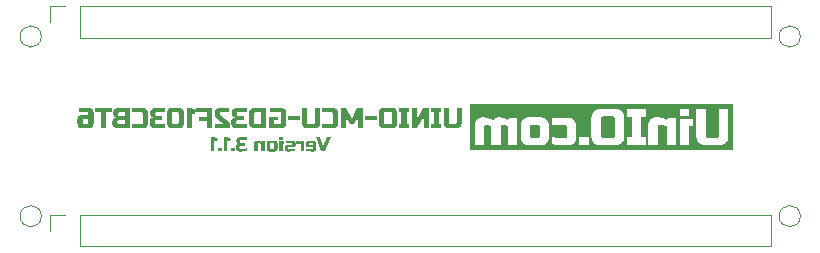
<source format=gbo>
%TF.GenerationSoftware,KiCad,Pcbnew,7.0.9*%
%TF.CreationDate,2024-01-12T00:39:36+08:00*%
%TF.ProjectId,UINIO-MCU-GD32F103CBT6,55494e49-4f2d-44d4-9355-2d4744333246,Version 3.1.0*%
%TF.SameCoordinates,PX72c1710PY5584170*%
%TF.FileFunction,Legend,Bot*%
%TF.FilePolarity,Positive*%
%FSLAX46Y46*%
G04 Gerber Fmt 4.6, Leading zero omitted, Abs format (unit mm)*
G04 Created by KiCad (PCBNEW 7.0.9) date 2024-01-12 00:39:36*
%MOMM*%
%LPD*%
G01*
G04 APERTURE LIST*
%ADD10C,0.187500*%
%ADD11C,0.300000*%
%ADD12C,0.100000*%
%ADD13C,0.120000*%
%ADD14R,1.700000X1.700000*%
%ADD15O,1.700000X1.700000*%
%ADD16C,1.200000*%
%ADD17C,0.650000*%
%ADD18O,2.100000X1.000000*%
%ADD19O,1.900000X1.000000*%
G04 APERTURE END LIST*
D10*
G36*
X23860328Y-11921359D02*
G01*
X23573391Y-11094255D01*
X23244249Y-11094255D01*
X23691507Y-12276000D01*
X24029148Y-12276000D01*
X24476699Y-11094255D01*
X24147264Y-11094255D01*
X23860328Y-11921359D01*
G37*
G36*
X22995787Y-11364766D02*
G01*
X23010972Y-11365607D01*
X23025728Y-11367010D01*
X23040056Y-11368973D01*
X23053956Y-11371498D01*
X23067428Y-11374583D01*
X23080472Y-11378230D01*
X23093087Y-11382437D01*
X23105275Y-11387206D01*
X23117034Y-11392535D01*
X23128365Y-11398425D01*
X23139268Y-11404877D01*
X23149742Y-11411889D01*
X23159789Y-11419463D01*
X23169407Y-11427597D01*
X23178597Y-11436293D01*
X23187292Y-11445447D01*
X23195427Y-11455032D01*
X23203000Y-11465048D01*
X23210013Y-11475494D01*
X23216464Y-11486370D01*
X23222355Y-11497677D01*
X23227684Y-11509414D01*
X23232452Y-11521582D01*
X23236660Y-11534181D01*
X23240306Y-11547209D01*
X23243392Y-11560669D01*
X23245916Y-11574558D01*
X23247880Y-11588879D01*
X23249282Y-11603629D01*
X23250124Y-11618811D01*
X23250404Y-11634422D01*
X23250404Y-12039768D01*
X23250134Y-12053916D01*
X23249324Y-12067712D01*
X23247973Y-12081156D01*
X23246081Y-12094246D01*
X23243649Y-12106984D01*
X23240677Y-12119370D01*
X23237165Y-12131402D01*
X23233112Y-12143083D01*
X23228519Y-12154410D01*
X23223385Y-12165385D01*
X23217711Y-12176007D01*
X23211496Y-12186277D01*
X23204742Y-12196194D01*
X23197446Y-12205758D01*
X23189611Y-12214970D01*
X23181235Y-12223829D01*
X23172376Y-12232205D01*
X23163164Y-12240041D01*
X23153599Y-12247336D01*
X23143682Y-12254091D01*
X23133413Y-12260305D01*
X23122790Y-12265979D01*
X23111816Y-12271113D01*
X23100488Y-12275706D01*
X23088808Y-12279759D01*
X23076775Y-12283272D01*
X23064390Y-12286244D01*
X23051652Y-12288676D01*
X23038561Y-12290567D01*
X23025118Y-12291918D01*
X23011322Y-12292729D01*
X22997173Y-12292999D01*
X22980536Y-12292966D01*
X22963782Y-12292866D01*
X22946909Y-12292700D01*
X22929918Y-12292468D01*
X22912809Y-12292169D01*
X22895583Y-12291804D01*
X22878238Y-12291372D01*
X22860776Y-12290874D01*
X22843196Y-12290309D01*
X22825497Y-12289679D01*
X22807681Y-12288981D01*
X22789747Y-12288218D01*
X22771695Y-12287388D01*
X22753525Y-12286491D01*
X22735237Y-12285528D01*
X22716831Y-12284499D01*
X22698308Y-12283403D01*
X22679666Y-12282241D01*
X22660906Y-12281013D01*
X22642029Y-12279718D01*
X22623034Y-12278357D01*
X22603920Y-12276929D01*
X22584689Y-12275435D01*
X22565340Y-12273875D01*
X22545873Y-12272248D01*
X22526288Y-12270554D01*
X22506585Y-12268795D01*
X22486764Y-12266969D01*
X22466825Y-12265076D01*
X22446768Y-12263117D01*
X22426594Y-12261092D01*
X22406301Y-12259000D01*
X22406301Y-12047974D01*
X22426299Y-12049543D01*
X22445994Y-12051062D01*
X22465386Y-12052531D01*
X22484474Y-12053951D01*
X22503259Y-12055320D01*
X22521740Y-12056640D01*
X22539918Y-12057910D01*
X22557793Y-12059130D01*
X22575364Y-12060301D01*
X22592632Y-12061421D01*
X22609596Y-12062492D01*
X22626257Y-12063513D01*
X22642615Y-12064484D01*
X22658669Y-12065405D01*
X22674420Y-12066277D01*
X22689867Y-12067099D01*
X22705011Y-12067871D01*
X22719852Y-12068593D01*
X22734389Y-12069265D01*
X22748623Y-12069888D01*
X22762553Y-12070460D01*
X22776180Y-12070983D01*
X22789504Y-12071456D01*
X22802524Y-12071880D01*
X22815241Y-12072253D01*
X22827654Y-12072577D01*
X22839764Y-12072851D01*
X22851571Y-12073075D01*
X22874274Y-12073374D01*
X22895764Y-12073473D01*
X22903440Y-12073065D01*
X22916248Y-12070276D01*
X22927758Y-12064843D01*
X22937969Y-12056767D01*
X22943746Y-12050094D01*
X22950171Y-12038963D01*
X22953906Y-12026487D01*
X22954968Y-12014269D01*
X22954968Y-11946858D01*
X22372302Y-11946858D01*
X22372302Y-11735832D01*
X22667739Y-11735832D01*
X22954968Y-11735832D01*
X22954968Y-11642922D01*
X22954902Y-11638775D01*
X22953315Y-11623502D01*
X22949613Y-11610336D01*
X22943794Y-11599276D01*
X22935860Y-11590323D01*
X22925810Y-11583477D01*
X22913645Y-11578737D01*
X22899364Y-11576103D01*
X22887264Y-11575511D01*
X22735443Y-11575511D01*
X22731277Y-11575577D01*
X22715938Y-11577157D01*
X22702715Y-11580843D01*
X22691607Y-11586636D01*
X22682615Y-11594536D01*
X22675739Y-11604543D01*
X22670978Y-11616655D01*
X22668334Y-11630875D01*
X22667739Y-11642922D01*
X22667739Y-11735832D01*
X22372302Y-11735832D01*
X22372302Y-11634422D01*
X22372583Y-11618811D01*
X22373424Y-11603629D01*
X22374827Y-11588879D01*
X22376790Y-11574558D01*
X22379315Y-11560669D01*
X22382400Y-11547209D01*
X22386047Y-11534181D01*
X22390254Y-11521582D01*
X22395023Y-11509414D01*
X22400352Y-11497677D01*
X22406243Y-11486370D01*
X22412694Y-11475494D01*
X22419707Y-11465048D01*
X22427280Y-11455032D01*
X22435414Y-11445447D01*
X22444110Y-11436293D01*
X22453300Y-11427597D01*
X22462918Y-11419463D01*
X22472964Y-11411889D01*
X22483439Y-11404877D01*
X22494342Y-11398425D01*
X22505673Y-11392535D01*
X22517432Y-11387206D01*
X22529619Y-11382437D01*
X22542235Y-11378230D01*
X22555278Y-11374583D01*
X22568750Y-11371498D01*
X22582650Y-11368973D01*
X22596979Y-11367010D01*
X22611735Y-11365607D01*
X22626920Y-11364766D01*
X22642533Y-11364485D01*
X22980174Y-11364485D01*
X22995787Y-11364766D01*
G37*
G36*
X21711381Y-11625923D02*
G01*
X21724707Y-11626121D01*
X21738085Y-11626715D01*
X21751515Y-11627705D01*
X21764999Y-11629092D01*
X21778535Y-11630874D01*
X21792123Y-11633053D01*
X21805765Y-11635628D01*
X21819459Y-11638599D01*
X21833205Y-11641966D01*
X21847005Y-11645729D01*
X21860857Y-11649889D01*
X21874761Y-11654444D01*
X21888719Y-11659396D01*
X21902729Y-11664744D01*
X21916791Y-11670488D01*
X21930907Y-11676628D01*
X21930907Y-12276000D01*
X22226343Y-12276000D01*
X22226343Y-11381191D01*
X21964612Y-11381191D01*
X21947906Y-11491101D01*
X21938807Y-11483311D01*
X21929683Y-11475768D01*
X21911357Y-11461425D01*
X21892927Y-11448071D01*
X21874395Y-11435706D01*
X21855760Y-11424331D01*
X21837021Y-11413944D01*
X21818180Y-11404547D01*
X21799235Y-11396139D01*
X21780188Y-11388720D01*
X21761037Y-11382290D01*
X21741784Y-11376850D01*
X21722427Y-11372399D01*
X21702968Y-11368937D01*
X21683405Y-11366464D01*
X21663739Y-11364980D01*
X21643970Y-11364485D01*
X21568060Y-11364485D01*
X21568060Y-11625923D01*
X21711381Y-11625923D01*
G37*
G36*
X21487459Y-12039768D02*
G01*
X21466187Y-12041319D01*
X21445198Y-12042820D01*
X21424493Y-12044272D01*
X21404070Y-12045675D01*
X21383931Y-12047029D01*
X21364076Y-12048334D01*
X21344504Y-12049589D01*
X21325215Y-12050795D01*
X21306210Y-12051952D01*
X21287488Y-12053060D01*
X21269049Y-12054118D01*
X21250893Y-12055128D01*
X21233021Y-12056088D01*
X21215433Y-12056998D01*
X21198128Y-12057860D01*
X21181106Y-12058672D01*
X21164367Y-12059435D01*
X21147912Y-12060149D01*
X21131740Y-12060814D01*
X21115852Y-12061429D01*
X21100246Y-12061995D01*
X21084925Y-12062512D01*
X21069886Y-12062980D01*
X21055131Y-12063398D01*
X21040660Y-12063768D01*
X21026471Y-12064088D01*
X21012566Y-12064358D01*
X20998945Y-12064580D01*
X20985607Y-12064752D01*
X20972552Y-12064875D01*
X20959780Y-12064949D01*
X20947292Y-12064974D01*
X20935202Y-12063930D01*
X20922827Y-12060259D01*
X20911750Y-12053945D01*
X20905087Y-12048267D01*
X20896869Y-12038033D01*
X20891341Y-12026454D01*
X20888685Y-12015033D01*
X20888087Y-12005769D01*
X20888087Y-11946858D01*
X21251228Y-11946858D01*
X21265376Y-11946588D01*
X21279172Y-11945777D01*
X21292615Y-11944426D01*
X21305706Y-11942535D01*
X21318444Y-11940103D01*
X21330830Y-11937131D01*
X21342862Y-11933618D01*
X21354542Y-11929565D01*
X21365870Y-11924972D01*
X21376845Y-11919838D01*
X21387467Y-11914164D01*
X21397737Y-11907950D01*
X21407654Y-11901195D01*
X21417218Y-11893900D01*
X21426430Y-11886064D01*
X21435289Y-11877688D01*
X21443665Y-11868829D01*
X21451501Y-11859617D01*
X21458796Y-11850053D01*
X21465551Y-11840136D01*
X21471765Y-11829866D01*
X21477439Y-11819244D01*
X21482573Y-11808269D01*
X21487166Y-11796942D01*
X21491219Y-11785261D01*
X21494732Y-11773229D01*
X21497704Y-11760843D01*
X21500136Y-11748105D01*
X21502027Y-11735015D01*
X21503378Y-11721571D01*
X21504189Y-11707775D01*
X21504459Y-11693627D01*
X21504459Y-11634422D01*
X21504189Y-11620275D01*
X21503378Y-11606483D01*
X21502027Y-11593045D01*
X21500136Y-11579962D01*
X21497704Y-11567235D01*
X21494732Y-11554862D01*
X21491219Y-11542844D01*
X21487166Y-11531181D01*
X21482573Y-11519873D01*
X21477439Y-11508920D01*
X21471765Y-11498321D01*
X21465551Y-11488078D01*
X21458796Y-11478190D01*
X21451501Y-11468656D01*
X21443665Y-11459478D01*
X21435289Y-11450654D01*
X21426430Y-11442243D01*
X21417218Y-11434374D01*
X21407654Y-11427048D01*
X21397737Y-11420264D01*
X21387467Y-11414023D01*
X21376845Y-11408325D01*
X21365870Y-11403170D01*
X21354542Y-11398557D01*
X21342862Y-11394487D01*
X21330830Y-11390960D01*
X21318444Y-11387975D01*
X21305706Y-11385533D01*
X21292615Y-11383633D01*
X21279172Y-11382277D01*
X21265376Y-11381463D01*
X21251228Y-11381191D01*
X20677062Y-11381191D01*
X20677062Y-11600717D01*
X21149818Y-11600717D01*
X21162036Y-11601779D01*
X21174512Y-11605515D01*
X21185643Y-11611939D01*
X21192316Y-11617716D01*
X21200392Y-11627809D01*
X21205825Y-11639293D01*
X21208615Y-11652168D01*
X21209023Y-11659921D01*
X21207978Y-11672011D01*
X21204308Y-11684386D01*
X21197994Y-11695463D01*
X21192316Y-11702127D01*
X21182082Y-11710202D01*
X21170503Y-11715635D01*
X21157579Y-11718425D01*
X21149818Y-11718833D01*
X20845882Y-11718833D01*
X20831735Y-11719104D01*
X20817942Y-11719918D01*
X20804505Y-11721275D01*
X20791422Y-11723174D01*
X20778695Y-11725616D01*
X20766322Y-11728601D01*
X20754304Y-11732128D01*
X20742641Y-11736198D01*
X20731333Y-11740811D01*
X20720380Y-11745967D01*
X20709781Y-11751665D01*
X20699538Y-11757905D01*
X20689650Y-11764689D01*
X20680116Y-11772015D01*
X20670938Y-11779884D01*
X20662114Y-11788295D01*
X20653703Y-11797119D01*
X20645834Y-11806298D01*
X20638508Y-11815831D01*
X20631724Y-11825719D01*
X20625483Y-11835963D01*
X20619785Y-11846561D01*
X20614630Y-11857514D01*
X20610017Y-11868822D01*
X20605947Y-11880485D01*
X20602420Y-11892503D01*
X20599435Y-11904876D01*
X20596993Y-11917604D01*
X20595093Y-11930686D01*
X20593737Y-11944124D01*
X20592923Y-11957916D01*
X20592651Y-11972064D01*
X20592651Y-12039768D01*
X20592923Y-12053916D01*
X20593737Y-12067712D01*
X20595093Y-12081156D01*
X20596993Y-12094246D01*
X20599435Y-12106984D01*
X20602420Y-12119370D01*
X20605947Y-12131402D01*
X20610017Y-12143083D01*
X20614630Y-12154410D01*
X20619785Y-12165385D01*
X20625483Y-12176007D01*
X20631724Y-12186277D01*
X20638508Y-12196194D01*
X20645834Y-12205758D01*
X20653703Y-12214970D01*
X20662114Y-12223829D01*
X20670938Y-12232205D01*
X20680116Y-12240041D01*
X20689650Y-12247336D01*
X20699538Y-12254091D01*
X20709781Y-12260305D01*
X20720380Y-12265979D01*
X20731333Y-12271113D01*
X20742641Y-12275706D01*
X20754304Y-12279759D01*
X20766322Y-12283272D01*
X20778695Y-12286244D01*
X20791422Y-12288676D01*
X20804505Y-12290567D01*
X20817942Y-12291918D01*
X20831735Y-12292729D01*
X20845882Y-12292999D01*
X20864610Y-12292966D01*
X20883422Y-12292866D01*
X20902320Y-12292700D01*
X20921303Y-12292468D01*
X20940371Y-12292169D01*
X20959525Y-12291804D01*
X20978764Y-12291372D01*
X20998088Y-12290874D01*
X21017498Y-12290309D01*
X21036993Y-12289679D01*
X21056573Y-12288981D01*
X21076238Y-12288218D01*
X21095989Y-12287388D01*
X21115825Y-12286491D01*
X21135747Y-12285528D01*
X21155753Y-12284499D01*
X21175845Y-12283403D01*
X21196022Y-12282241D01*
X21216285Y-12281013D01*
X21236633Y-12279718D01*
X21257066Y-12278357D01*
X21277584Y-12276929D01*
X21298188Y-12275435D01*
X21318877Y-12273875D01*
X21339651Y-12272248D01*
X21360511Y-12270554D01*
X21381456Y-12268795D01*
X21402486Y-12266969D01*
X21423601Y-12265076D01*
X21444802Y-12263117D01*
X21466088Y-12261092D01*
X21487459Y-12259000D01*
X21487459Y-12039768D01*
G37*
G36*
X20124584Y-11414897D02*
G01*
X20124584Y-12276000D01*
X20420021Y-12276000D01*
X20420021Y-11642922D01*
X20546636Y-11642922D01*
X20546636Y-11414897D01*
X20124584Y-11414897D01*
G37*
G36*
X20420021Y-11077256D02*
G01*
X20124584Y-11077256D01*
X20124584Y-11313780D01*
X20420021Y-11313780D01*
X20420021Y-11077256D01*
G37*
G36*
X19721370Y-11364766D02*
G01*
X19736554Y-11365607D01*
X19751311Y-11367010D01*
X19765639Y-11368973D01*
X19779539Y-11371498D01*
X19793011Y-11374583D01*
X19806055Y-11378230D01*
X19818670Y-11382437D01*
X19830858Y-11387206D01*
X19842617Y-11392535D01*
X19853948Y-11398425D01*
X19864850Y-11404877D01*
X19875325Y-11411889D01*
X19885371Y-11419463D01*
X19894990Y-11427597D01*
X19904180Y-11436293D01*
X19912875Y-11445447D01*
X19921009Y-11455032D01*
X19928583Y-11465048D01*
X19935595Y-11475494D01*
X19942047Y-11486370D01*
X19947937Y-11497677D01*
X19953267Y-11509414D01*
X19958035Y-11521582D01*
X19962243Y-11534181D01*
X19965889Y-11547209D01*
X19968975Y-11560669D01*
X19971499Y-11574558D01*
X19973463Y-11588879D01*
X19974865Y-11603629D01*
X19975707Y-11618811D01*
X19975987Y-11634422D01*
X19975987Y-12022769D01*
X19975707Y-12038381D01*
X19974865Y-12053566D01*
X19973463Y-12068322D01*
X19971499Y-12082651D01*
X19968975Y-12096551D01*
X19965889Y-12110023D01*
X19962243Y-12123066D01*
X19958035Y-12135682D01*
X19953267Y-12147869D01*
X19947937Y-12159628D01*
X19942047Y-12170959D01*
X19935595Y-12181862D01*
X19928583Y-12192337D01*
X19921009Y-12202383D01*
X19912875Y-12212001D01*
X19904180Y-12221191D01*
X19894990Y-12229887D01*
X19885371Y-12238021D01*
X19875325Y-12245595D01*
X19864850Y-12252607D01*
X19853948Y-12259059D01*
X19842617Y-12264949D01*
X19830858Y-12270278D01*
X19818670Y-12275047D01*
X19806055Y-12279254D01*
X19793011Y-12282901D01*
X19779539Y-12285986D01*
X19765639Y-12288511D01*
X19751311Y-12290474D01*
X19736554Y-12291877D01*
X19721370Y-12292718D01*
X19705757Y-12292999D01*
X19317411Y-12292999D01*
X19301799Y-12292718D01*
X19286618Y-12291877D01*
X19271867Y-12290474D01*
X19257547Y-12288511D01*
X19243657Y-12285986D01*
X19230198Y-12282901D01*
X19217169Y-12279254D01*
X19204570Y-12275047D01*
X19192403Y-12270278D01*
X19180665Y-12264949D01*
X19169358Y-12259059D01*
X19158482Y-12252607D01*
X19148036Y-12245595D01*
X19138020Y-12238021D01*
X19128435Y-12229887D01*
X19119281Y-12221191D01*
X19110585Y-12212001D01*
X19102451Y-12202383D01*
X19094878Y-12192337D01*
X19087865Y-12181862D01*
X19081414Y-12170959D01*
X19075523Y-12159628D01*
X19070194Y-12147869D01*
X19065425Y-12135682D01*
X19061218Y-12123066D01*
X19057571Y-12110023D01*
X19054486Y-12096551D01*
X19051961Y-12082651D01*
X19049998Y-12068322D01*
X19048595Y-12053566D01*
X19047754Y-12038381D01*
X19047473Y-12022769D01*
X19047473Y-11997563D01*
X19342910Y-11997563D01*
X19342975Y-12001710D01*
X19344555Y-12016983D01*
X19348242Y-12030149D01*
X19354035Y-12041209D01*
X19361935Y-12050162D01*
X19371941Y-12057008D01*
X19384054Y-12061748D01*
X19398273Y-12064381D01*
X19410321Y-12064974D01*
X19612847Y-12064974D01*
X19617012Y-12064908D01*
X19632351Y-12063328D01*
X19645575Y-12059641D01*
X19656683Y-12053848D01*
X19665674Y-12045948D01*
X19672551Y-12035942D01*
X19677311Y-12023829D01*
X19679956Y-12009610D01*
X19680551Y-11997563D01*
X19680551Y-11659921D01*
X19680485Y-11655756D01*
X19678898Y-11640417D01*
X19675195Y-11627193D01*
X19669377Y-11616086D01*
X19661443Y-11607094D01*
X19651393Y-11600217D01*
X19639228Y-11595457D01*
X19624946Y-11592812D01*
X19612847Y-11592217D01*
X19410321Y-11592217D01*
X19406173Y-11592283D01*
X19390900Y-11593870D01*
X19377734Y-11597573D01*
X19366675Y-11603391D01*
X19357722Y-11611325D01*
X19350875Y-11621375D01*
X19346135Y-11633541D01*
X19343502Y-11647822D01*
X19342910Y-11659921D01*
X19342910Y-11997563D01*
X19047473Y-11997563D01*
X19047473Y-11634422D01*
X19047754Y-11618811D01*
X19048595Y-11603629D01*
X19049998Y-11588879D01*
X19051961Y-11574558D01*
X19054486Y-11560669D01*
X19057571Y-11547209D01*
X19061218Y-11534181D01*
X19065425Y-11521582D01*
X19070194Y-11509414D01*
X19075523Y-11497677D01*
X19081414Y-11486370D01*
X19087865Y-11475494D01*
X19094878Y-11465048D01*
X19102451Y-11455032D01*
X19110585Y-11445447D01*
X19119281Y-11436293D01*
X19128435Y-11427597D01*
X19138020Y-11419463D01*
X19148036Y-11411889D01*
X19158482Y-11404877D01*
X19169358Y-11398425D01*
X19180665Y-11392535D01*
X19192403Y-11387206D01*
X19204570Y-11382437D01*
X19217169Y-11378230D01*
X19230198Y-11374583D01*
X19243657Y-11371498D01*
X19257547Y-11368973D01*
X19271867Y-11367010D01*
X19286618Y-11365607D01*
X19301799Y-11364766D01*
X19317411Y-11364485D01*
X19705757Y-11364485D01*
X19721370Y-11364766D01*
G37*
G36*
X18403552Y-11609217D02*
G01*
X18420521Y-11609513D01*
X18437909Y-11610401D01*
X18449732Y-11611323D01*
X18461741Y-11612508D01*
X18473935Y-11613956D01*
X18486314Y-11615668D01*
X18498880Y-11617643D01*
X18511630Y-11619881D01*
X18524566Y-11622383D01*
X18537688Y-11625148D01*
X18550995Y-11628176D01*
X18564487Y-11631467D01*
X18578165Y-11635022D01*
X18592029Y-11638841D01*
X18606078Y-11642922D01*
X18606078Y-12276000D01*
X18901514Y-12276000D01*
X18901514Y-11381191D01*
X18639783Y-11381191D01*
X18623077Y-11465602D01*
X18613133Y-11459189D01*
X18603156Y-11452994D01*
X18588131Y-11444110D01*
X18573034Y-11435714D01*
X18557865Y-11427809D01*
X18542623Y-11420392D01*
X18527310Y-11413466D01*
X18511924Y-11407028D01*
X18496467Y-11401080D01*
X18480937Y-11395622D01*
X18465335Y-11390652D01*
X18460118Y-11389105D01*
X18444685Y-11384705D01*
X18429711Y-11380738D01*
X18415195Y-11377204D01*
X18401138Y-11374102D01*
X18387539Y-11371434D01*
X18374399Y-11369198D01*
X18361718Y-11367394D01*
X18349495Y-11366024D01*
X18337730Y-11365086D01*
X18322757Y-11364509D01*
X18319141Y-11364485D01*
X18243231Y-11364485D01*
X18229048Y-11364755D01*
X18215222Y-11365566D01*
X18201754Y-11366917D01*
X18188642Y-11368808D01*
X18175888Y-11371240D01*
X18163491Y-11374212D01*
X18151452Y-11377725D01*
X18139769Y-11381778D01*
X18128444Y-11386371D01*
X18117476Y-11391505D01*
X18106865Y-11397179D01*
X18096612Y-11403393D01*
X18086715Y-11410148D01*
X18077176Y-11417443D01*
X18067994Y-11425279D01*
X18059169Y-11433655D01*
X18050793Y-11442480D01*
X18042958Y-11451662D01*
X18035662Y-11461201D01*
X18028907Y-11471097D01*
X18022693Y-11481351D01*
X18017019Y-11491962D01*
X18011885Y-11502930D01*
X18007292Y-11514255D01*
X18003239Y-11525937D01*
X17999727Y-11537977D01*
X17996754Y-11550374D01*
X17994323Y-11563128D01*
X17992431Y-11576239D01*
X17991080Y-11589708D01*
X17990270Y-11603533D01*
X17990000Y-11617716D01*
X17990000Y-12276000D01*
X18285436Y-12276000D01*
X18285436Y-11668128D01*
X18286498Y-11656056D01*
X18290233Y-11643746D01*
X18296658Y-11632779D01*
X18302435Y-11626216D01*
X18312505Y-11617998D01*
X18323919Y-11612470D01*
X18336678Y-11609632D01*
X18344347Y-11609217D01*
X18403552Y-11609217D01*
G37*
G36*
X16766050Y-12292999D02*
G01*
X16783731Y-12292966D01*
X16801531Y-12292866D01*
X16819449Y-12292700D01*
X16837486Y-12292468D01*
X16855642Y-12292169D01*
X16873915Y-12291804D01*
X16892308Y-12291372D01*
X16910819Y-12290874D01*
X16929448Y-12290309D01*
X16948196Y-12289679D01*
X16967062Y-12288981D01*
X16986047Y-12288218D01*
X17005150Y-12287388D01*
X17024372Y-12286491D01*
X17043712Y-12285528D01*
X17063171Y-12284499D01*
X17082749Y-12283403D01*
X17102444Y-12282241D01*
X17122259Y-12281013D01*
X17142191Y-12279718D01*
X17162243Y-12278357D01*
X17182413Y-12276929D01*
X17202701Y-12275435D01*
X17223108Y-12273875D01*
X17243633Y-12272248D01*
X17264277Y-12270554D01*
X17285039Y-12268795D01*
X17305920Y-12266969D01*
X17326919Y-12265076D01*
X17348037Y-12263117D01*
X17369273Y-12261092D01*
X17390628Y-12259000D01*
X17390628Y-12031268D01*
X17367493Y-12032819D01*
X17344728Y-12034320D01*
X17322332Y-12035773D01*
X17300305Y-12037176D01*
X17278648Y-12038530D01*
X17257359Y-12039834D01*
X17236440Y-12041090D01*
X17215890Y-12042296D01*
X17195710Y-12043453D01*
X17175898Y-12044560D01*
X17156456Y-12045619D01*
X17137383Y-12046628D01*
X17118679Y-12047588D01*
X17100345Y-12048499D01*
X17082379Y-12049360D01*
X17064783Y-12050173D01*
X17047556Y-12050936D01*
X17030699Y-12051649D01*
X17014210Y-12052314D01*
X16998091Y-12052929D01*
X16982341Y-12053496D01*
X16966961Y-12054013D01*
X16951949Y-12054480D01*
X16937307Y-12054899D01*
X16923034Y-12055268D01*
X16909130Y-12055588D01*
X16895595Y-12055859D01*
X16882430Y-12056080D01*
X16869634Y-12056252D01*
X16857207Y-12056376D01*
X16845149Y-12056449D01*
X16833461Y-12056474D01*
X16819509Y-12055681D01*
X16806670Y-12053300D01*
X16794945Y-12049333D01*
X16784331Y-12043780D01*
X16774831Y-12036639D01*
X16771912Y-12033906D01*
X16764142Y-12024766D01*
X16757981Y-12014493D01*
X16753426Y-12003087D01*
X16750479Y-11990547D01*
X16749140Y-11976873D01*
X16749051Y-11972064D01*
X16749051Y-11904653D01*
X16749447Y-11892373D01*
X16751526Y-11875438D01*
X16755389Y-11860286D01*
X16761033Y-11846917D01*
X16768461Y-11835330D01*
X16777671Y-11825525D01*
X16788664Y-11817504D01*
X16801439Y-11811265D01*
X16815997Y-11806808D01*
X16832337Y-11804134D01*
X16844221Y-11803342D01*
X16850460Y-11803243D01*
X17204808Y-11803243D01*
X17204808Y-11567011D01*
X16884166Y-11567011D01*
X16871886Y-11566615D01*
X16854951Y-11564536D01*
X16839799Y-11560673D01*
X16826430Y-11555028D01*
X16814843Y-11547601D01*
X16805038Y-11538391D01*
X16797017Y-11527398D01*
X16790778Y-11514623D01*
X16786321Y-11500065D01*
X16783647Y-11483725D01*
X16782855Y-11471841D01*
X16782756Y-11465602D01*
X16782756Y-11431896D01*
X16783152Y-11419616D01*
X16785232Y-11402682D01*
X16789094Y-11387530D01*
X16794739Y-11374160D01*
X16802166Y-11362573D01*
X16811377Y-11352769D01*
X16822369Y-11344747D01*
X16835144Y-11338508D01*
X16849702Y-11334052D01*
X16866043Y-11331378D01*
X16877927Y-11330586D01*
X16884166Y-11330487D01*
X17373628Y-11330487D01*
X17373628Y-11094255D01*
X16799755Y-11094255D01*
X16779399Y-11094549D01*
X16759730Y-11095432D01*
X16740748Y-11096903D01*
X16722452Y-11098963D01*
X16704844Y-11101611D01*
X16687923Y-11104847D01*
X16671688Y-11108672D01*
X16656141Y-11113086D01*
X16641280Y-11118088D01*
X16627106Y-11123679D01*
X16613619Y-11129858D01*
X16600820Y-11136625D01*
X16588707Y-11143981D01*
X16577281Y-11151925D01*
X16566542Y-11160458D01*
X16556489Y-11169579D01*
X16547084Y-11179265D01*
X16538286Y-11189565D01*
X16530094Y-11200478D01*
X16522509Y-11212004D01*
X16515531Y-11224145D01*
X16509160Y-11236899D01*
X16503395Y-11250267D01*
X16498238Y-11264248D01*
X16493687Y-11278843D01*
X16489742Y-11294052D01*
X16486405Y-11309874D01*
X16483675Y-11326310D01*
X16481551Y-11343360D01*
X16480034Y-11361023D01*
X16479124Y-11379300D01*
X16478820Y-11398191D01*
X16479002Y-11410683D01*
X16479548Y-11422879D01*
X16480459Y-11434780D01*
X16482506Y-11452078D01*
X16485374Y-11468711D01*
X16489060Y-11484680D01*
X16493565Y-11499984D01*
X16498890Y-11514623D01*
X16505034Y-11528598D01*
X16511997Y-11541908D01*
X16519779Y-11554554D01*
X16525422Y-11562615D01*
X16534365Y-11574153D01*
X16543828Y-11585026D01*
X16553812Y-11595235D01*
X16564316Y-11604779D01*
X16575340Y-11613658D01*
X16586885Y-11621873D01*
X16598950Y-11629424D01*
X16611536Y-11636309D01*
X16624642Y-11642530D01*
X16638268Y-11648087D01*
X16647641Y-11651422D01*
X16630911Y-11656496D01*
X16614865Y-11662413D01*
X16599504Y-11669172D01*
X16584828Y-11676774D01*
X16570836Y-11685219D01*
X16557529Y-11694506D01*
X16544907Y-11704636D01*
X16532969Y-11715609D01*
X16521716Y-11727424D01*
X16511147Y-11740082D01*
X16501263Y-11753582D01*
X16492064Y-11767926D01*
X16483550Y-11783111D01*
X16475720Y-11799140D01*
X16468575Y-11816011D01*
X16462114Y-11833725D01*
X16458130Y-11847037D01*
X16454677Y-11860890D01*
X16451755Y-11875284D01*
X16449365Y-11890218D01*
X16447505Y-11905692D01*
X16446459Y-11917653D01*
X16445712Y-11929917D01*
X16445264Y-11942485D01*
X16445115Y-11955357D01*
X16445115Y-11972064D01*
X16445418Y-11992420D01*
X16446328Y-12012089D01*
X16447845Y-12031071D01*
X16449969Y-12049367D01*
X16452700Y-12066975D01*
X16456037Y-12083896D01*
X16459981Y-12100131D01*
X16464532Y-12115678D01*
X16469690Y-12130539D01*
X16475454Y-12144713D01*
X16481826Y-12158200D01*
X16488804Y-12171000D01*
X16496389Y-12183112D01*
X16504580Y-12194538D01*
X16513379Y-12205277D01*
X16522784Y-12215330D01*
X16532836Y-12224735D01*
X16543575Y-12233533D01*
X16555001Y-12241725D01*
X16567114Y-12249310D01*
X16579914Y-12256288D01*
X16593401Y-12262659D01*
X16607574Y-12268424D01*
X16622435Y-12273581D01*
X16637983Y-12278132D01*
X16654217Y-12282077D01*
X16671139Y-12285414D01*
X16688747Y-12288144D01*
X16707042Y-12290268D01*
X16726025Y-12291785D01*
X16745694Y-12292695D01*
X16766050Y-12292999D01*
G37*
G36*
X16348981Y-12022769D02*
G01*
X16045045Y-12022769D01*
X16045045Y-12276000D01*
X16348981Y-12276000D01*
X16348981Y-12022769D01*
G37*
G36*
X15717955Y-12276000D02*
G01*
X15717955Y-11355986D01*
X15911981Y-11423397D01*
X15996392Y-11229370D01*
X15683956Y-11094255D01*
X15414019Y-11094255D01*
X15414019Y-12276000D01*
X15717955Y-12276000D01*
G37*
G36*
X15265715Y-12022769D02*
G01*
X14961779Y-12022769D01*
X14961779Y-12276000D01*
X15265715Y-12276000D01*
X15265715Y-12022769D01*
G37*
G36*
X14634689Y-12276000D02*
G01*
X14634689Y-11355986D01*
X14828716Y-11423397D01*
X14913126Y-11229370D01*
X14600690Y-11094255D01*
X14330753Y-11094255D01*
X14330753Y-12276000D01*
X14634689Y-12276000D01*
G37*
D11*
G36*
X42051320Y-10012822D02*
G01*
X42080939Y-10019657D01*
X42111554Y-10034609D01*
X42135049Y-10056680D01*
X42151424Y-10085871D01*
X42159399Y-10114350D01*
X42162816Y-10147386D01*
X42162958Y-10156357D01*
X42162958Y-11000460D01*
X42160680Y-11034463D01*
X42153845Y-11063933D01*
X42138894Y-11094394D01*
X42116822Y-11117771D01*
X42087631Y-11134064D01*
X42059152Y-11141998D01*
X42026116Y-11145399D01*
X42017145Y-11145540D01*
X41510830Y-11145540D01*
X41476827Y-11143273D01*
X41447357Y-11136473D01*
X41416896Y-11121596D01*
X41393519Y-11099636D01*
X41377226Y-11070592D01*
X41369292Y-11042256D01*
X41365891Y-11009386D01*
X41365750Y-11000460D01*
X41365750Y-10156357D01*
X41368017Y-10122182D01*
X41374817Y-10092564D01*
X41389694Y-10061949D01*
X41411654Y-10038453D01*
X41440698Y-10022078D01*
X41469034Y-10014104D01*
X41501904Y-10010686D01*
X41510830Y-10010544D01*
X42017145Y-10010544D01*
X42051320Y-10012822D01*
G37*
G36*
X48336281Y-9316467D02*
G01*
X48373354Y-9322515D01*
X48406382Y-9332593D01*
X48435367Y-9346703D01*
X48460307Y-9364845D01*
X48481202Y-9387018D01*
X48498054Y-9413222D01*
X48510861Y-9443458D01*
X48519623Y-9477725D01*
X48524342Y-9516024D01*
X48525240Y-9543796D01*
X48525240Y-10894947D01*
X48523218Y-10935933D01*
X48517152Y-10972888D01*
X48507041Y-11005812D01*
X48492886Y-11034704D01*
X48474686Y-11059564D01*
X48452443Y-11080393D01*
X48426155Y-11097191D01*
X48395822Y-11109957D01*
X48361445Y-11118692D01*
X48323024Y-11123395D01*
X48295164Y-11124291D01*
X47577822Y-11124291D01*
X47536705Y-11122275D01*
X47499632Y-11116228D01*
X47466604Y-11106150D01*
X47437619Y-11092040D01*
X47412679Y-11073898D01*
X47391784Y-11051725D01*
X47374932Y-11025521D01*
X47362125Y-10995285D01*
X47353363Y-10961018D01*
X47348644Y-10922719D01*
X47347746Y-10894947D01*
X47347746Y-9543796D01*
X47349768Y-9502809D01*
X47355834Y-9465855D01*
X47365945Y-9432931D01*
X47380100Y-9404039D01*
X47398300Y-9379179D01*
X47420543Y-9358350D01*
X47446831Y-9341552D01*
X47477164Y-9328786D01*
X47511540Y-9320051D01*
X47549961Y-9315348D01*
X47577822Y-9314452D01*
X48295164Y-9314452D01*
X48336281Y-9316467D01*
G37*
G36*
X58570873Y-12191069D02*
G01*
X36262371Y-12191069D01*
X36262371Y-11720000D01*
X36690942Y-11720000D01*
X37476427Y-11720000D01*
X37476427Y-10176873D01*
X37479933Y-10145231D01*
X37490452Y-10117167D01*
X37507983Y-10092681D01*
X37512330Y-10088213D01*
X37536101Y-10069666D01*
X37563450Y-10057988D01*
X37594376Y-10053179D01*
X37600990Y-10053042D01*
X37622240Y-10053042D01*
X37658046Y-10053731D01*
X37695398Y-10055798D01*
X37734296Y-10059244D01*
X37774739Y-10064067D01*
X37816728Y-10070269D01*
X37860262Y-10077849D01*
X37890143Y-10083668D01*
X37920712Y-10090099D01*
X37951967Y-10097143D01*
X37983910Y-10104800D01*
X38016539Y-10113069D01*
X38049855Y-10121950D01*
X38083859Y-10131444D01*
X38083859Y-11720000D01*
X38869344Y-11720000D01*
X38869344Y-10176873D01*
X38872778Y-10145231D01*
X38883082Y-10117167D01*
X38900256Y-10092681D01*
X38904515Y-10088213D01*
X38928357Y-10069666D01*
X38955920Y-10057988D01*
X38987204Y-10053179D01*
X38993907Y-10053042D01*
X39015157Y-10053042D01*
X39050963Y-10053731D01*
X39088315Y-10055798D01*
X39127213Y-10059244D01*
X39167656Y-10064067D01*
X39209644Y-10070269D01*
X39253179Y-10077849D01*
X39283060Y-10083668D01*
X39313629Y-10090099D01*
X39344884Y-10097143D01*
X39376827Y-10104800D01*
X39409456Y-10113069D01*
X39442772Y-10121950D01*
X39476776Y-10131444D01*
X39476776Y-11720000D01*
X40262261Y-11720000D01*
X40262261Y-11063475D01*
X40580265Y-11063475D01*
X40580992Y-11103689D01*
X40583173Y-11142815D01*
X40586808Y-11180854D01*
X40591897Y-11217806D01*
X40598440Y-11253669D01*
X40606437Y-11288445D01*
X40615888Y-11322134D01*
X40626793Y-11354734D01*
X40639152Y-11386247D01*
X40652965Y-11416673D01*
X40668232Y-11446011D01*
X40684953Y-11474261D01*
X40703128Y-11501423D01*
X40722758Y-11527498D01*
X40743841Y-11552485D01*
X40766378Y-11576385D01*
X40790189Y-11598922D01*
X40815093Y-11620005D01*
X40841090Y-11639634D01*
X40868181Y-11657809D01*
X40896366Y-11674530D01*
X40925643Y-11689797D01*
X40956014Y-11703610D01*
X40987479Y-11715969D01*
X41020036Y-11726875D01*
X41053688Y-11736326D01*
X41088432Y-11744323D01*
X41124270Y-11750866D01*
X41161201Y-11755955D01*
X41199226Y-11759590D01*
X41238344Y-11761771D01*
X41278555Y-11762498D01*
X42249420Y-11762498D01*
X42289635Y-11761771D01*
X42328761Y-11759590D01*
X42366800Y-11755955D01*
X42403751Y-11750866D01*
X42439615Y-11744323D01*
X42474391Y-11736326D01*
X42508079Y-11726875D01*
X42540680Y-11715969D01*
X42572193Y-11703610D01*
X42602618Y-11689797D01*
X42631956Y-11674530D01*
X42660206Y-11657809D01*
X42687369Y-11639634D01*
X42713444Y-11620005D01*
X42738431Y-11598922D01*
X42762330Y-11576385D01*
X42784867Y-11552485D01*
X42805951Y-11527498D01*
X42825580Y-11501423D01*
X42843755Y-11474261D01*
X42860476Y-11446011D01*
X42875743Y-11416673D01*
X42889556Y-11386247D01*
X42901915Y-11354734D01*
X42912820Y-11322134D01*
X42922271Y-11288445D01*
X42930268Y-11253669D01*
X42936811Y-11217806D01*
X42941900Y-11180854D01*
X42945535Y-11142815D01*
X42947716Y-11103689D01*
X42948443Y-11063475D01*
X42948443Y-10092609D01*
X42947716Y-10052398D01*
X42945535Y-10013280D01*
X42941900Y-9975255D01*
X42936811Y-9938324D01*
X42930268Y-9902486D01*
X42922271Y-9867742D01*
X42912820Y-9834091D01*
X42901915Y-9801533D01*
X42889556Y-9770069D01*
X42875743Y-9739698D01*
X42860476Y-9710420D01*
X42843755Y-9682236D01*
X42825580Y-9655145D01*
X42805951Y-9629147D01*
X42784867Y-9604243D01*
X42762330Y-9580432D01*
X42738431Y-9557895D01*
X42713444Y-9536812D01*
X42687369Y-9517183D01*
X42660206Y-9499008D01*
X42631956Y-9482287D01*
X42602618Y-9467020D01*
X42572193Y-9453206D01*
X42540680Y-9440847D01*
X42526444Y-9436085D01*
X43185115Y-9436085D01*
X43185115Y-10053042D01*
X44326706Y-10053042D01*
X44360881Y-10055309D01*
X44390499Y-10062110D01*
X44421114Y-10076986D01*
X44444609Y-10098946D01*
X44460985Y-10127991D01*
X44468959Y-10156327D01*
X44472376Y-10189196D01*
X44472519Y-10198122D01*
X44472519Y-11020976D01*
X44469084Y-11053005D01*
X44458780Y-11081312D01*
X44441607Y-11105899D01*
X44437348Y-11110369D01*
X44413191Y-11128917D01*
X44385599Y-11140594D01*
X44354572Y-11145403D01*
X44347955Y-11145540D01*
X44299020Y-11145286D01*
X44246919Y-11144521D01*
X44191652Y-11143248D01*
X44133220Y-11141465D01*
X44102816Y-11140382D01*
X44071622Y-11139172D01*
X44039636Y-11137835D01*
X44006858Y-11136370D01*
X43973289Y-11134778D01*
X43938929Y-11133058D01*
X43903778Y-11131211D01*
X43867835Y-11129237D01*
X43831100Y-11127136D01*
X43793574Y-11124907D01*
X43755257Y-11122550D01*
X43716148Y-11120067D01*
X43676248Y-11117455D01*
X43635557Y-11114717D01*
X43594074Y-11111851D01*
X43551800Y-11108858D01*
X43508734Y-11105738D01*
X43464877Y-11102490D01*
X43420228Y-11099114D01*
X43374788Y-11095612D01*
X43328557Y-11091982D01*
X43281534Y-11088224D01*
X43233720Y-11084340D01*
X43185115Y-11080327D01*
X43185115Y-11675303D01*
X43235609Y-11680668D01*
X43285702Y-11685862D01*
X43335392Y-11690886D01*
X43384680Y-11695739D01*
X43433566Y-11700423D01*
X43482050Y-11704936D01*
X43530132Y-11709278D01*
X43577811Y-11713451D01*
X43625089Y-11717453D01*
X43671964Y-11721285D01*
X43718437Y-11724946D01*
X43764508Y-11728437D01*
X43810177Y-11731758D01*
X43855444Y-11734909D01*
X43900309Y-11737889D01*
X43944771Y-11740699D01*
X43988831Y-11743339D01*
X44032490Y-11745808D01*
X44075746Y-11748107D01*
X44118599Y-11750236D01*
X44161051Y-11752194D01*
X44203101Y-11753983D01*
X44244748Y-11755601D01*
X44285994Y-11757048D01*
X44326837Y-11758325D01*
X44367278Y-11759432D01*
X44407317Y-11760369D01*
X44446953Y-11761135D01*
X44486188Y-11761731D01*
X44525020Y-11762157D01*
X44563451Y-11762413D01*
X44601479Y-11762498D01*
X44638030Y-11761794D01*
X44673676Y-11759681D01*
X44708417Y-11756161D01*
X44742254Y-11751232D01*
X44775187Y-11744895D01*
X44807215Y-11737150D01*
X44838339Y-11727997D01*
X44868559Y-11717435D01*
X44897873Y-11705465D01*
X44926284Y-11692087D01*
X44953790Y-11677301D01*
X44980391Y-11661106D01*
X45006088Y-11643504D01*
X45030881Y-11624493D01*
X45054769Y-11604074D01*
X45077753Y-11582247D01*
X45099580Y-11559263D01*
X45119999Y-11535375D01*
X45139010Y-11510582D01*
X45156612Y-11484885D01*
X45172807Y-11458284D01*
X45187593Y-11430778D01*
X45200971Y-11402367D01*
X45212941Y-11373053D01*
X45223503Y-11342833D01*
X45232656Y-11311709D01*
X45240401Y-11279681D01*
X45246738Y-11246748D01*
X45251667Y-11212911D01*
X45255187Y-11178170D01*
X45257300Y-11142524D01*
X45258004Y-11105973D01*
X45258004Y-11040027D01*
X45501270Y-11040027D01*
X45501270Y-11720000D01*
X46308004Y-11720000D01*
X46308004Y-11040027D01*
X45501270Y-11040027D01*
X45258004Y-11040027D01*
X45258004Y-10894947D01*
X46541744Y-10894947D01*
X46542554Y-10950506D01*
X46544984Y-11004158D01*
X46549034Y-11055904D01*
X46554704Y-11105744D01*
X46561994Y-11153678D01*
X46570904Y-11199705D01*
X46581435Y-11243826D01*
X46593585Y-11286041D01*
X46607355Y-11326350D01*
X46622745Y-11364752D01*
X46639755Y-11401248D01*
X46658385Y-11435838D01*
X46678636Y-11468522D01*
X46700506Y-11499299D01*
X46723996Y-11528171D01*
X46749106Y-11555136D01*
X46775985Y-11580246D01*
X46804782Y-11603736D01*
X46835497Y-11625606D01*
X46868129Y-11645857D01*
X46902679Y-11664487D01*
X46939146Y-11681497D01*
X46977532Y-11696887D01*
X47017835Y-11710657D01*
X47060055Y-11722807D01*
X47104193Y-11733337D01*
X47150249Y-11742248D01*
X47198223Y-11749538D01*
X47248115Y-11755208D01*
X47299924Y-11759258D01*
X47353650Y-11761688D01*
X47409295Y-11762498D01*
X48464424Y-11762498D01*
X48519982Y-11761688D01*
X48573635Y-11759258D01*
X48625381Y-11755208D01*
X48675221Y-11749538D01*
X48723154Y-11742248D01*
X48769182Y-11733337D01*
X48813303Y-11722807D01*
X48855518Y-11710657D01*
X48895826Y-11696887D01*
X48934229Y-11681497D01*
X48970725Y-11664487D01*
X49005315Y-11645857D01*
X49037999Y-11625606D01*
X49068776Y-11603736D01*
X49097647Y-11580246D01*
X49124612Y-11555136D01*
X49149723Y-11528171D01*
X49173213Y-11499299D01*
X49195083Y-11468522D01*
X49215333Y-11435838D01*
X49233963Y-11401248D01*
X49250974Y-11364752D01*
X49266364Y-11326350D01*
X49280134Y-11286041D01*
X49292284Y-11243826D01*
X49302814Y-11199705D01*
X49311724Y-11153678D01*
X49319014Y-11105744D01*
X49324684Y-11055904D01*
X49328734Y-11004158D01*
X49331164Y-10950506D01*
X49331974Y-10894947D01*
X49331974Y-9543796D01*
X49331164Y-9488240D01*
X49328734Y-9434596D01*
X49324684Y-9382865D01*
X49319014Y-9333045D01*
X49311724Y-9285137D01*
X49302814Y-9239141D01*
X49292284Y-9195057D01*
X49280134Y-9152885D01*
X49266364Y-9112625D01*
X49250974Y-9074277D01*
X49233963Y-9037841D01*
X49215333Y-9003317D01*
X49195083Y-8970705D01*
X49173213Y-8940005D01*
X49149723Y-8911216D01*
X49124612Y-8884340D01*
X49097647Y-8859141D01*
X49068776Y-8835568D01*
X49037999Y-8813620D01*
X49005315Y-8793299D01*
X48970725Y-8774602D01*
X48934229Y-8757532D01*
X48895826Y-8742088D01*
X48855518Y-8728269D01*
X48822537Y-8718743D01*
X49569378Y-8718743D01*
X49569378Y-9356217D01*
X49948932Y-9356217D01*
X49948932Y-11082526D01*
X49569378Y-11082526D01*
X49569378Y-11720000D01*
X51135219Y-11720000D01*
X51368960Y-11720000D01*
X52154445Y-11720000D01*
X52154445Y-10176873D01*
X52157879Y-10145231D01*
X52168183Y-10117167D01*
X52185357Y-10092681D01*
X52189616Y-10088213D01*
X52213386Y-10069666D01*
X52240735Y-10057988D01*
X52271661Y-10053179D01*
X52278276Y-10053042D01*
X52426287Y-10053042D01*
X52467883Y-10053731D01*
X52510239Y-10055798D01*
X52553355Y-10059244D01*
X52582521Y-10062306D01*
X52612024Y-10065981D01*
X52641866Y-10070269D01*
X52672045Y-10075169D01*
X52702562Y-10080682D01*
X52733417Y-10086807D01*
X52764609Y-10093545D01*
X52796140Y-10100895D01*
X52828008Y-10108858D01*
X52860213Y-10117433D01*
X52892757Y-10126620D01*
X52909155Y-10131444D01*
X52909155Y-11720000D01*
X53694640Y-11720000D01*
X53694640Y-9520348D01*
X54061737Y-9520348D01*
X54061737Y-11720000D01*
X54847222Y-11720000D01*
X54847222Y-10137306D01*
X55163761Y-10137306D01*
X55163761Y-9520348D01*
X54061737Y-9520348D01*
X53694640Y-9520348D01*
X53694640Y-9436085D01*
X52997815Y-9436085D01*
X52958981Y-9631723D01*
X52926347Y-9611010D01*
X52893018Y-9591186D01*
X52858993Y-9572250D01*
X52824273Y-9554203D01*
X52788857Y-9537044D01*
X52752746Y-9520775D01*
X52715940Y-9505394D01*
X52678437Y-9490902D01*
X52640240Y-9477298D01*
X52601346Y-9464584D01*
X52575031Y-9456601D01*
X52535762Y-9445471D01*
X52497639Y-9435435D01*
X52460663Y-9426494D01*
X52424833Y-9418648D01*
X52390149Y-9411897D01*
X52356612Y-9406240D01*
X52324221Y-9401679D01*
X52292976Y-9398212D01*
X52262878Y-9395840D01*
X52224530Y-9394380D01*
X52215261Y-9394319D01*
X52025485Y-9394319D01*
X51988848Y-9395023D01*
X51953128Y-9397136D01*
X51918323Y-9400656D01*
X51884434Y-9405585D01*
X51851462Y-9411922D01*
X51819405Y-9419667D01*
X51788264Y-9428820D01*
X51758039Y-9439382D01*
X51728730Y-9451352D01*
X51700336Y-9464730D01*
X51672859Y-9479516D01*
X51646298Y-9495710D01*
X51620652Y-9513313D01*
X51595922Y-9532324D01*
X51572109Y-9552743D01*
X51549211Y-9574570D01*
X51527384Y-9597468D01*
X51506965Y-9621282D01*
X51487954Y-9646011D01*
X51470351Y-9671657D01*
X51454157Y-9698218D01*
X51439370Y-9725696D01*
X51425992Y-9754089D01*
X51414023Y-9783398D01*
X51403461Y-9813623D01*
X51394308Y-9844764D01*
X51386562Y-9876821D01*
X51380225Y-9909794D01*
X51375297Y-9943682D01*
X51371776Y-9978487D01*
X51369664Y-10014207D01*
X51368960Y-10050844D01*
X51368960Y-11720000D01*
X51135219Y-11720000D01*
X51135219Y-11082526D01*
X50755666Y-11082526D01*
X50755666Y-9356217D01*
X51135219Y-9356217D01*
X51135219Y-8718743D01*
X49569378Y-8718743D01*
X48822537Y-8718743D01*
X48813303Y-8716076D01*
X48769182Y-8705508D01*
X48723154Y-8696567D01*
X48675221Y-8689251D01*
X48625381Y-8683561D01*
X48573635Y-8679497D01*
X48519982Y-8677058D01*
X48464424Y-8676245D01*
X54061737Y-8676245D01*
X54061737Y-9314452D01*
X54847222Y-9314452D01*
X54847222Y-8718743D01*
X55437069Y-8718743D01*
X55437069Y-10894947D01*
X55437879Y-10950506D01*
X55440309Y-11004158D01*
X55444359Y-11055904D01*
X55450029Y-11105744D01*
X55457319Y-11153678D01*
X55466229Y-11199705D01*
X55476759Y-11243826D01*
X55488909Y-11286041D01*
X55502679Y-11326350D01*
X55518069Y-11364752D01*
X55535080Y-11401248D01*
X55553710Y-11435838D01*
X55573960Y-11468522D01*
X55595830Y-11499299D01*
X55619321Y-11528171D01*
X55644431Y-11555136D01*
X55671310Y-11580246D01*
X55700107Y-11603736D01*
X55730821Y-11625606D01*
X55763453Y-11645857D01*
X55798003Y-11664487D01*
X55834471Y-11681497D01*
X55872856Y-11696887D01*
X55913159Y-11710657D01*
X55955380Y-11722807D01*
X55999518Y-11733337D01*
X56045574Y-11742248D01*
X56093548Y-11749538D01*
X56143439Y-11755208D01*
X56195248Y-11759258D01*
X56248975Y-11761688D01*
X56304619Y-11762498D01*
X57274752Y-11762498D01*
X57330396Y-11761688D01*
X57384123Y-11759258D01*
X57435932Y-11755208D01*
X57485823Y-11749538D01*
X57533797Y-11742248D01*
X57579853Y-11733337D01*
X57623991Y-11722807D01*
X57666212Y-11710657D01*
X57706515Y-11696887D01*
X57744900Y-11681497D01*
X57781368Y-11664487D01*
X57815918Y-11645857D01*
X57848550Y-11625606D01*
X57879264Y-11603736D01*
X57908061Y-11580246D01*
X57934940Y-11555136D01*
X57960051Y-11528171D01*
X57983541Y-11499299D01*
X58005411Y-11468522D01*
X58025661Y-11435838D01*
X58044291Y-11401248D01*
X58061302Y-11364752D01*
X58076692Y-11326350D01*
X58090462Y-11286041D01*
X58102612Y-11243826D01*
X58113142Y-11199705D01*
X58122052Y-11153678D01*
X58129342Y-11105744D01*
X58135012Y-11055904D01*
X58139062Y-11004158D01*
X58141492Y-10950506D01*
X58142302Y-10894947D01*
X58142302Y-8718743D01*
X57336301Y-8718743D01*
X57336301Y-10894947D01*
X57334279Y-10935933D01*
X57328212Y-10972888D01*
X57318102Y-11005812D01*
X57303946Y-11034704D01*
X57285747Y-11059564D01*
X57263503Y-11080393D01*
X57237215Y-11097191D01*
X57206883Y-11109957D01*
X57172506Y-11118692D01*
X57134085Y-11123395D01*
X57106224Y-11124291D01*
X56473147Y-11124291D01*
X56432030Y-11122275D01*
X56394957Y-11116228D01*
X56361928Y-11106150D01*
X56332944Y-11092040D01*
X56308004Y-11073898D01*
X56287108Y-11051725D01*
X56270257Y-11025521D01*
X56257450Y-10995285D01*
X56248687Y-10961018D01*
X56243969Y-10922719D01*
X56243070Y-10894947D01*
X56243070Y-8718743D01*
X55437069Y-8718743D01*
X54847222Y-8718743D01*
X54847222Y-8676245D01*
X54061737Y-8676245D01*
X48464424Y-8676245D01*
X47409295Y-8676245D01*
X47353650Y-8677058D01*
X47299924Y-8679497D01*
X47248115Y-8683561D01*
X47198223Y-8689251D01*
X47150249Y-8696567D01*
X47104193Y-8705508D01*
X47060055Y-8716076D01*
X47017835Y-8728269D01*
X46977532Y-8742088D01*
X46939146Y-8757532D01*
X46902679Y-8774602D01*
X46868129Y-8793299D01*
X46835497Y-8813620D01*
X46804782Y-8835568D01*
X46775985Y-8859141D01*
X46749106Y-8884340D01*
X46723996Y-8911216D01*
X46700506Y-8940005D01*
X46678636Y-8970705D01*
X46658385Y-9003317D01*
X46639755Y-9037841D01*
X46622745Y-9074277D01*
X46607355Y-9112625D01*
X46593585Y-9152885D01*
X46581435Y-9195057D01*
X46570904Y-9239141D01*
X46561994Y-9285137D01*
X46554704Y-9333045D01*
X46549034Y-9382865D01*
X46544984Y-9434596D01*
X46542554Y-9488240D01*
X46541744Y-9543796D01*
X46541744Y-10894947D01*
X45258004Y-10894947D01*
X45258004Y-10135108D01*
X45257277Y-10094896D01*
X45255096Y-10055778D01*
X45251461Y-10017754D01*
X45246372Y-9980823D01*
X45239829Y-9944985D01*
X45231832Y-9910240D01*
X45222381Y-9876589D01*
X45211475Y-9844031D01*
X45199116Y-9812567D01*
X45185303Y-9782196D01*
X45170036Y-9752918D01*
X45153315Y-9724734D01*
X45135140Y-9697643D01*
X45115511Y-9671645D01*
X45094428Y-9646741D01*
X45071891Y-9622930D01*
X45047991Y-9600305D01*
X45023004Y-9579138D01*
X44996929Y-9559432D01*
X44969767Y-9541185D01*
X44941517Y-9524398D01*
X44912179Y-9509071D01*
X44881753Y-9495204D01*
X44850240Y-9482796D01*
X44817640Y-9471848D01*
X44783951Y-9462360D01*
X44749175Y-9454331D01*
X44713312Y-9447762D01*
X44676360Y-9442653D01*
X44638321Y-9439004D01*
X44599195Y-9436815D01*
X44558981Y-9436085D01*
X43185115Y-9436085D01*
X42526444Y-9436085D01*
X42508079Y-9429942D01*
X42474391Y-9420491D01*
X42439615Y-9412494D01*
X42403751Y-9405951D01*
X42366800Y-9400862D01*
X42328761Y-9397227D01*
X42289635Y-9395046D01*
X42249420Y-9394319D01*
X41278555Y-9394319D01*
X41238344Y-9395046D01*
X41199226Y-9397227D01*
X41161201Y-9400862D01*
X41124270Y-9405951D01*
X41088432Y-9412494D01*
X41053688Y-9420491D01*
X41020036Y-9429942D01*
X40987479Y-9440847D01*
X40956014Y-9453206D01*
X40925643Y-9467020D01*
X40896366Y-9482287D01*
X40868181Y-9499008D01*
X40841090Y-9517183D01*
X40815093Y-9536812D01*
X40790189Y-9557895D01*
X40766378Y-9580432D01*
X40743841Y-9604243D01*
X40722758Y-9629147D01*
X40703128Y-9655145D01*
X40684953Y-9682236D01*
X40668232Y-9710420D01*
X40652965Y-9739698D01*
X40639152Y-9770069D01*
X40626793Y-9801533D01*
X40615888Y-9834091D01*
X40606437Y-9867742D01*
X40598440Y-9902486D01*
X40591897Y-9938324D01*
X40586808Y-9975255D01*
X40583173Y-10013280D01*
X40580992Y-10052398D01*
X40580265Y-10092609D01*
X40580265Y-11000460D01*
X40580265Y-11063475D01*
X40262261Y-11063475D01*
X40262261Y-9436085D01*
X39565436Y-9436085D01*
X39526601Y-9631723D01*
X39493967Y-9611010D01*
X39460638Y-9591186D01*
X39426614Y-9572250D01*
X39391894Y-9554203D01*
X39356478Y-9537044D01*
X39320367Y-9520775D01*
X39283560Y-9505394D01*
X39246058Y-9490902D01*
X39207860Y-9477298D01*
X39168967Y-9464584D01*
X39142651Y-9456601D01*
X39103382Y-9445471D01*
X39065260Y-9435435D01*
X39028283Y-9426494D01*
X38992453Y-9418648D01*
X38957770Y-9411897D01*
X38924232Y-9406240D01*
X38891841Y-9401679D01*
X38860597Y-9398212D01*
X38830498Y-9395840D01*
X38792150Y-9394380D01*
X38782882Y-9394319D01*
X38740383Y-9394319D01*
X38696912Y-9395272D01*
X38654792Y-9398132D01*
X38614022Y-9402897D01*
X38574604Y-9409569D01*
X38536536Y-9418147D01*
X38499819Y-9428631D01*
X38464454Y-9441022D01*
X38430439Y-9455319D01*
X38397776Y-9471522D01*
X38366463Y-9489631D01*
X38336501Y-9509647D01*
X38307890Y-9531568D01*
X38280631Y-9555396D01*
X38254722Y-9581131D01*
X38230164Y-9608771D01*
X38206957Y-9638318D01*
X38172997Y-9616302D01*
X38138161Y-9595316D01*
X38102449Y-9575360D01*
X38065861Y-9556435D01*
X38028397Y-9538541D01*
X37990058Y-9521676D01*
X37950843Y-9505843D01*
X37910751Y-9491039D01*
X37869785Y-9477266D01*
X37827942Y-9464524D01*
X37799560Y-9456601D01*
X37771084Y-9449059D01*
X37729088Y-9438658D01*
X37687956Y-9429353D01*
X37647687Y-9421142D01*
X37608281Y-9414025D01*
X37569737Y-9408004D01*
X37532057Y-9403078D01*
X37495239Y-9399246D01*
X37459285Y-9396509D01*
X37424193Y-9394867D01*
X37389965Y-9394319D01*
X37347466Y-9394319D01*
X37310916Y-9395023D01*
X37275270Y-9397136D01*
X37240528Y-9400656D01*
X37206691Y-9405585D01*
X37173758Y-9411922D01*
X37141730Y-9419667D01*
X37110606Y-9428820D01*
X37080387Y-9439382D01*
X37051072Y-9451352D01*
X37022662Y-9464730D01*
X36995156Y-9479516D01*
X36968554Y-9495710D01*
X36942857Y-9513313D01*
X36918065Y-9532324D01*
X36894176Y-9552743D01*
X36871193Y-9574570D01*
X36849366Y-9597468D01*
X36828946Y-9621282D01*
X36809936Y-9646011D01*
X36792333Y-9671657D01*
X36776139Y-9698218D01*
X36761352Y-9725696D01*
X36747974Y-9754089D01*
X36736004Y-9783398D01*
X36725443Y-9813623D01*
X36716289Y-9844764D01*
X36708544Y-9876821D01*
X36702207Y-9909794D01*
X36697279Y-9943682D01*
X36693758Y-9978487D01*
X36691646Y-10014207D01*
X36690942Y-10050844D01*
X36690942Y-11720000D01*
X36262371Y-11720000D01*
X36262371Y-8247674D01*
X58570873Y-8247674D01*
X58570873Y-12191069D01*
G37*
D10*
G36*
X34480104Y-8616862D02*
G01*
X34049944Y-8616862D01*
X34049944Y-9836758D01*
X34050388Y-9867571D01*
X34051721Y-9897314D01*
X34053943Y-9925986D01*
X34057054Y-9953588D01*
X34061054Y-9980120D01*
X34065942Y-10005581D01*
X34071720Y-10029971D01*
X34078386Y-10053291D01*
X34085941Y-10075541D01*
X34094384Y-10096720D01*
X34103717Y-10116828D01*
X34113938Y-10135867D01*
X34125049Y-10153834D01*
X34137048Y-10170732D01*
X34149935Y-10186558D01*
X34163712Y-10201315D01*
X34178420Y-10215091D01*
X34194204Y-10227979D01*
X34211066Y-10239978D01*
X34229004Y-10251088D01*
X34248020Y-10261310D01*
X34268112Y-10270642D01*
X34289281Y-10279086D01*
X34311528Y-10286641D01*
X34334851Y-10293307D01*
X34359251Y-10299084D01*
X34384728Y-10303973D01*
X34411283Y-10307972D01*
X34438914Y-10311083D01*
X34467622Y-10313305D01*
X34497407Y-10314638D01*
X34528269Y-10315083D01*
X35078011Y-10315083D01*
X35108874Y-10314638D01*
X35138664Y-10313305D01*
X35167380Y-10311083D01*
X35195023Y-10307972D01*
X35221592Y-10303973D01*
X35247087Y-10299084D01*
X35271508Y-10293307D01*
X35294856Y-10286641D01*
X35317129Y-10279086D01*
X35338330Y-10270642D01*
X35358456Y-10261310D01*
X35377509Y-10251088D01*
X35395488Y-10239978D01*
X35412393Y-10227979D01*
X35428225Y-10215091D01*
X35442983Y-10201315D01*
X35456709Y-10186558D01*
X35469550Y-10170732D01*
X35481505Y-10153834D01*
X35492575Y-10135867D01*
X35502759Y-10116828D01*
X35512057Y-10096720D01*
X35520470Y-10075541D01*
X35527998Y-10053291D01*
X35534639Y-10029971D01*
X35540396Y-10005581D01*
X35545266Y-9980120D01*
X35549251Y-9953588D01*
X35552351Y-9925986D01*
X35554565Y-9897314D01*
X35555893Y-9867571D01*
X35556336Y-9836758D01*
X35556336Y-8616862D01*
X35126175Y-8616862D01*
X35126175Y-9836758D01*
X35125614Y-9854104D01*
X35122668Y-9878026D01*
X35117196Y-9899429D01*
X35109199Y-9918314D01*
X35098677Y-9934681D01*
X35085630Y-9948531D01*
X35070057Y-9959862D01*
X35051958Y-9968675D01*
X35031335Y-9974970D01*
X35008186Y-9978747D01*
X34991350Y-9979866D01*
X34982512Y-9980006D01*
X34623768Y-9980006D01*
X34606371Y-9979447D01*
X34582380Y-9976509D01*
X34560915Y-9971053D01*
X34541975Y-9963079D01*
X34525560Y-9952587D01*
X34511671Y-9939578D01*
X34500307Y-9924050D01*
X34491468Y-9906004D01*
X34485155Y-9885440D01*
X34481367Y-9862358D01*
X34480244Y-9845571D01*
X34480104Y-9836758D01*
X34480104Y-8616862D01*
G37*
G36*
X32983677Y-10291001D02*
G01*
X33844413Y-10291001D01*
X33844413Y-9956339D01*
X33629333Y-9956339D01*
X33629333Y-8951524D01*
X33844413Y-8951524D01*
X33844413Y-8616862D01*
X32983677Y-8616862D01*
X32983677Y-8951524D01*
X33198757Y-8951524D01*
X33198757Y-9956339D01*
X32983677Y-9956339D01*
X32983677Y-10291001D01*
G37*
G36*
X31315767Y-10291001D02*
G01*
X31770010Y-10291001D01*
X32344249Y-9286601D01*
X32344249Y-10291001D01*
X32774410Y-10291001D01*
X32774410Y-8616862D01*
X32320167Y-8616862D01*
X31746343Y-9621262D01*
X31746343Y-8616862D01*
X31315767Y-8616862D01*
X31315767Y-10291001D01*
G37*
G36*
X30248255Y-10291001D02*
G01*
X31108991Y-10291001D01*
X31108991Y-9956339D01*
X30893911Y-9956339D01*
X30893911Y-8951524D01*
X31108991Y-8951524D01*
X31108991Y-8616862D01*
X30248255Y-8616862D01*
X30248255Y-8951524D01*
X30463335Y-8951524D01*
X30463335Y-9956339D01*
X30248255Y-9956339D01*
X30248255Y-10291001D01*
G37*
G36*
X29639640Y-8593224D02*
G01*
X29669383Y-8594558D01*
X29698056Y-8596780D01*
X29725658Y-8599891D01*
X29752189Y-8603890D01*
X29777650Y-8608779D01*
X29802041Y-8614556D01*
X29825361Y-8621222D01*
X29847610Y-8628777D01*
X29868789Y-8637221D01*
X29888898Y-8646553D01*
X29907936Y-8656775D01*
X29925904Y-8667885D01*
X29942801Y-8679884D01*
X29958628Y-8692772D01*
X29973384Y-8706548D01*
X29987161Y-8721305D01*
X30000048Y-8737131D01*
X30012047Y-8754029D01*
X30023158Y-8771996D01*
X30033379Y-8791034D01*
X30042712Y-8811143D01*
X30051155Y-8832322D01*
X30058710Y-8854572D01*
X30065376Y-8877892D01*
X30071154Y-8902282D01*
X30076042Y-8927743D01*
X30080042Y-8954275D01*
X30083153Y-8981877D01*
X30085375Y-9010549D01*
X30086708Y-9040292D01*
X30087152Y-9071105D01*
X30087152Y-9836758D01*
X30086708Y-9867571D01*
X30085375Y-9897314D01*
X30083153Y-9925986D01*
X30080042Y-9953588D01*
X30076042Y-9980120D01*
X30071154Y-10005581D01*
X30065376Y-10029971D01*
X30058710Y-10053291D01*
X30051155Y-10075541D01*
X30042712Y-10096720D01*
X30033379Y-10116828D01*
X30023158Y-10135867D01*
X30012047Y-10153834D01*
X30000048Y-10170732D01*
X29987161Y-10186558D01*
X29973384Y-10201315D01*
X29958628Y-10215091D01*
X29942801Y-10227979D01*
X29925904Y-10239978D01*
X29907936Y-10251088D01*
X29888898Y-10261310D01*
X29868789Y-10270642D01*
X29847610Y-10279086D01*
X29825361Y-10286641D01*
X29802041Y-10293307D01*
X29777650Y-10299084D01*
X29752189Y-10303973D01*
X29725658Y-10307972D01*
X29698056Y-10311083D01*
X29669383Y-10313305D01*
X29639640Y-10314638D01*
X29608827Y-10315083D01*
X29010921Y-10315083D01*
X28980059Y-10314638D01*
X28950274Y-10313305D01*
X28921566Y-10311083D01*
X28893934Y-10307972D01*
X28867380Y-10303973D01*
X28841903Y-10299084D01*
X28817503Y-10293307D01*
X28794180Y-10286641D01*
X28771933Y-10279086D01*
X28750764Y-10270642D01*
X28730671Y-10261310D01*
X28711656Y-10251088D01*
X28693717Y-10239978D01*
X28676856Y-10227979D01*
X28661071Y-10215091D01*
X28646364Y-10201315D01*
X28632587Y-10186558D01*
X28619699Y-10170732D01*
X28607700Y-10153834D01*
X28596590Y-10135867D01*
X28586369Y-10116828D01*
X28577036Y-10096720D01*
X28568592Y-10075541D01*
X28561038Y-10053291D01*
X28554371Y-10029971D01*
X28548594Y-10005581D01*
X28543706Y-9980120D01*
X28539706Y-9953588D01*
X28536595Y-9925986D01*
X28534373Y-9897314D01*
X28533040Y-9867571D01*
X28532595Y-9836758D01*
X28962756Y-9836758D01*
X28962896Y-9845571D01*
X28964019Y-9862358D01*
X28967807Y-9885440D01*
X28974120Y-9906004D01*
X28982959Y-9924050D01*
X28994323Y-9939578D01*
X29008212Y-9952587D01*
X29024627Y-9963079D01*
X29043567Y-9971053D01*
X29065032Y-9976509D01*
X29089023Y-9979447D01*
X29106420Y-9980006D01*
X29512913Y-9980006D01*
X29521752Y-9979866D01*
X29538587Y-9978747D01*
X29561736Y-9974970D01*
X29582360Y-9968675D01*
X29600458Y-9959862D01*
X29616031Y-9948531D01*
X29629078Y-9934681D01*
X29639601Y-9918314D01*
X29647598Y-9899429D01*
X29653069Y-9878026D01*
X29656015Y-9854104D01*
X29656577Y-9836758D01*
X29656577Y-9071105D01*
X29656436Y-9062292D01*
X29655314Y-9045505D01*
X29651526Y-9022423D01*
X29645213Y-9001859D01*
X29636374Y-8983813D01*
X29625010Y-8968285D01*
X29611121Y-8955275D01*
X29594706Y-8944784D01*
X29575766Y-8936810D01*
X29554300Y-8931354D01*
X29530310Y-8928416D01*
X29512913Y-8927857D01*
X29106420Y-8927857D01*
X29097581Y-8927997D01*
X29080745Y-8929116D01*
X29057596Y-8932893D01*
X29036973Y-8939188D01*
X29018875Y-8948001D01*
X29003302Y-8959332D01*
X28990254Y-8973181D01*
X28979732Y-8989549D01*
X28971735Y-9008434D01*
X28966263Y-9029837D01*
X28963317Y-9053759D01*
X28962756Y-9071105D01*
X28962756Y-9836758D01*
X28532595Y-9836758D01*
X28532595Y-9071105D01*
X28533040Y-9040292D01*
X28534373Y-9010549D01*
X28536595Y-8981877D01*
X28539706Y-8954275D01*
X28543706Y-8927743D01*
X28548594Y-8902282D01*
X28554371Y-8877892D01*
X28561038Y-8854572D01*
X28568592Y-8832322D01*
X28577036Y-8811143D01*
X28586369Y-8791034D01*
X28596590Y-8771996D01*
X28607700Y-8754029D01*
X28619699Y-8737131D01*
X28632587Y-8721305D01*
X28646364Y-8706548D01*
X28661071Y-8692772D01*
X28676856Y-8679884D01*
X28693717Y-8667885D01*
X28711656Y-8656775D01*
X28730671Y-8646553D01*
X28750764Y-8637221D01*
X28771933Y-8628777D01*
X28794180Y-8621222D01*
X28817503Y-8614556D01*
X28841903Y-8608779D01*
X28867380Y-8603890D01*
X28893934Y-8599891D01*
X28921566Y-8596780D01*
X28950274Y-8594558D01*
X28980059Y-8593224D01*
X29010921Y-8592780D01*
X29608827Y-8592780D01*
X29639640Y-8593224D01*
G37*
G36*
X28373569Y-9621262D02*
G01*
X28373569Y-9286601D01*
X27393251Y-9286601D01*
X27393251Y-9621262D01*
X28373569Y-9621262D01*
G37*
G36*
X25749009Y-9358432D02*
G01*
X26084085Y-9956339D01*
X26418747Y-9956339D01*
X26753824Y-9358432D01*
X26753824Y-10291001D01*
X27183984Y-10291001D01*
X27183984Y-8616862D01*
X26729741Y-8616862D01*
X26251416Y-9501681D01*
X25773091Y-8616862D01*
X25318848Y-8616862D01*
X25318848Y-10291001D01*
X25749009Y-10291001D01*
X25749009Y-9358432D01*
G37*
G36*
X23751835Y-10266918D02*
G01*
X23784978Y-10269881D01*
X23817768Y-10272751D01*
X23850203Y-10275526D01*
X23882283Y-10278207D01*
X23914009Y-10280794D01*
X23945381Y-10283287D01*
X23976398Y-10285685D01*
X24007061Y-10287990D01*
X24037369Y-10290201D01*
X24067324Y-10292318D01*
X24096923Y-10294340D01*
X24126169Y-10296269D01*
X24155060Y-10298103D01*
X24183596Y-10299843D01*
X24211778Y-10301489D01*
X24239606Y-10303042D01*
X24267079Y-10304500D01*
X24294198Y-10305864D01*
X24320963Y-10307134D01*
X24347373Y-10308310D01*
X24373429Y-10309392D01*
X24399131Y-10310379D01*
X24424478Y-10311273D01*
X24449470Y-10312073D01*
X24474108Y-10312778D01*
X24498392Y-10313390D01*
X24522322Y-10313907D01*
X24545897Y-10314330D01*
X24569118Y-10314660D01*
X24591984Y-10314895D01*
X24614496Y-10315036D01*
X24636653Y-10315083D01*
X24665491Y-10314653D01*
X24693356Y-10313364D01*
X24720247Y-10311215D01*
X24746166Y-10308206D01*
X24771111Y-10304338D01*
X24795083Y-10299610D01*
X24818082Y-10294022D01*
X24840108Y-10287575D01*
X24861160Y-10280268D01*
X24881240Y-10272102D01*
X24900346Y-10263076D01*
X24918479Y-10253190D01*
X24935639Y-10242445D01*
X24951826Y-10230840D01*
X24967040Y-10218376D01*
X24981280Y-10205051D01*
X24994604Y-10190811D01*
X25007069Y-10175597D01*
X25018674Y-10159410D01*
X25029419Y-10142251D01*
X25039304Y-10124117D01*
X25048330Y-10105011D01*
X25056497Y-10084932D01*
X25063804Y-10063879D01*
X25070251Y-10041853D01*
X25075838Y-10018854D01*
X25080566Y-9994882D01*
X25084434Y-9969937D01*
X25087443Y-9944019D01*
X25089592Y-9917127D01*
X25090882Y-9889263D01*
X25091311Y-9860425D01*
X25091311Y-9095188D01*
X25090867Y-9064326D01*
X25089534Y-9034540D01*
X25087312Y-9005832D01*
X25084201Y-8978201D01*
X25080201Y-8951647D01*
X25075313Y-8926170D01*
X25069535Y-8901770D01*
X25062869Y-8878446D01*
X25055314Y-8856200D01*
X25046871Y-8835031D01*
X25037538Y-8814938D01*
X25027317Y-8795923D01*
X25016207Y-8777984D01*
X25004208Y-8761123D01*
X24991320Y-8745338D01*
X24977543Y-8730631D01*
X24962787Y-8716854D01*
X24946960Y-8703966D01*
X24930063Y-8691967D01*
X24912095Y-8680857D01*
X24893057Y-8670636D01*
X24872948Y-8661303D01*
X24851769Y-8652859D01*
X24829520Y-8645304D01*
X24806200Y-8638638D01*
X24781809Y-8632861D01*
X24756348Y-8627973D01*
X24729817Y-8623973D01*
X24702215Y-8620862D01*
X24673542Y-8618640D01*
X24643800Y-8617307D01*
X24612986Y-8616862D01*
X23751835Y-8616862D01*
X23751835Y-8951524D01*
X24517072Y-8951524D01*
X24534469Y-8952085D01*
X24558460Y-8955031D01*
X24579925Y-8960503D01*
X24598865Y-8968500D01*
X24615280Y-8979022D01*
X24629169Y-8992070D01*
X24640533Y-9007642D01*
X24649372Y-9025741D01*
X24655685Y-9046364D01*
X24659473Y-9069513D01*
X24660595Y-9086349D01*
X24660736Y-9095188D01*
X24660736Y-9860425D01*
X24659945Y-9877125D01*
X24656909Y-9895692D01*
X24651595Y-9912654D01*
X24644005Y-9928011D01*
X24634137Y-9941761D01*
X24628349Y-9948035D01*
X24615576Y-9958900D01*
X24599088Y-9968735D01*
X24583596Y-9974730D01*
X24566848Y-9978476D01*
X24548844Y-9979975D01*
X24545722Y-9980006D01*
X24526546Y-9979962D01*
X24506698Y-9979831D01*
X24489646Y-9979655D01*
X24472127Y-9979417D01*
X24454142Y-9979119D01*
X24435690Y-9978760D01*
X24416894Y-9978351D01*
X24397875Y-9977901D01*
X24378633Y-9977410D01*
X24359168Y-9976879D01*
X24339480Y-9976307D01*
X24319569Y-9975695D01*
X24311542Y-9975439D01*
X24291280Y-9974660D01*
X24270977Y-9973882D01*
X24250634Y-9973103D01*
X24230251Y-9972325D01*
X24209827Y-9971546D01*
X24189362Y-9970768D01*
X24181165Y-9970456D01*
X24164161Y-9969762D01*
X24145950Y-9968925D01*
X24126532Y-9967945D01*
X24105908Y-9966823D01*
X24084076Y-9965558D01*
X24066911Y-9964515D01*
X24049067Y-9963393D01*
X24030544Y-9962190D01*
X24011343Y-9960906D01*
X23991353Y-9959561D01*
X23970465Y-9958172D01*
X23948680Y-9956739D01*
X23925997Y-9955262D01*
X23902416Y-9953741D01*
X23877938Y-9952177D01*
X23861120Y-9951110D01*
X23843903Y-9950023D01*
X23826288Y-9948917D01*
X23808273Y-9947791D01*
X23789859Y-9946646D01*
X23771047Y-9945482D01*
X23751835Y-9944298D01*
X23751835Y-10266918D01*
G37*
G36*
X22492079Y-8616862D02*
G01*
X22061919Y-8616862D01*
X22061919Y-9836758D01*
X22062363Y-9867571D01*
X22063696Y-9897314D01*
X22065918Y-9925986D01*
X22069029Y-9953588D01*
X22073029Y-9980120D01*
X22077917Y-10005581D01*
X22083695Y-10029971D01*
X22090361Y-10053291D01*
X22097916Y-10075541D01*
X22106359Y-10096720D01*
X22115692Y-10116828D01*
X22125913Y-10135867D01*
X22137023Y-10153834D01*
X22149022Y-10170732D01*
X22161910Y-10186558D01*
X22175687Y-10201315D01*
X22190394Y-10215091D01*
X22206179Y-10227979D01*
X22223041Y-10239978D01*
X22240979Y-10251088D01*
X22259995Y-10261310D01*
X22280087Y-10270642D01*
X22301256Y-10279086D01*
X22323503Y-10286641D01*
X22346826Y-10293307D01*
X22371226Y-10299084D01*
X22396703Y-10303973D01*
X22423258Y-10307972D01*
X22450889Y-10311083D01*
X22479597Y-10313305D01*
X22509382Y-10314638D01*
X22540244Y-10315083D01*
X23089986Y-10315083D01*
X23120849Y-10314638D01*
X23150639Y-10313305D01*
X23179355Y-10311083D01*
X23206998Y-10307972D01*
X23233566Y-10303973D01*
X23259062Y-10299084D01*
X23283483Y-10293307D01*
X23306830Y-10286641D01*
X23329104Y-10279086D01*
X23350305Y-10270642D01*
X23370431Y-10261310D01*
X23389484Y-10251088D01*
X23407463Y-10239978D01*
X23424368Y-10227979D01*
X23440200Y-10215091D01*
X23454958Y-10201315D01*
X23468684Y-10186558D01*
X23481525Y-10170732D01*
X23493480Y-10153834D01*
X23504550Y-10135867D01*
X23514734Y-10116828D01*
X23524032Y-10096720D01*
X23532445Y-10075541D01*
X23539972Y-10053291D01*
X23546614Y-10029971D01*
X23552370Y-10005581D01*
X23557241Y-9980120D01*
X23561226Y-9953588D01*
X23564326Y-9925986D01*
X23566540Y-9897314D01*
X23567868Y-9867571D01*
X23568311Y-9836758D01*
X23568311Y-8616862D01*
X23138150Y-8616862D01*
X23138150Y-9836758D01*
X23137589Y-9854104D01*
X23134643Y-9878026D01*
X23129171Y-9899429D01*
X23121174Y-9918314D01*
X23110652Y-9934681D01*
X23097605Y-9948531D01*
X23082032Y-9959862D01*
X23063933Y-9968675D01*
X23043310Y-9974970D01*
X23020161Y-9978747D01*
X23003325Y-9979866D01*
X22994487Y-9980006D01*
X22635743Y-9980006D01*
X22618346Y-9979447D01*
X22594355Y-9976509D01*
X22572890Y-9971053D01*
X22553950Y-9963079D01*
X22537535Y-9952587D01*
X22523646Y-9939578D01*
X22512282Y-9924050D01*
X22503443Y-9906004D01*
X22497130Y-9885440D01*
X22493342Y-9862358D01*
X22492219Y-9845571D01*
X22492079Y-9836758D01*
X22492079Y-8616862D01*
G37*
G36*
X21856388Y-9621262D02*
G01*
X21856388Y-9286601D01*
X20876071Y-9286601D01*
X20876071Y-9621262D01*
X21856388Y-9621262D01*
G37*
G36*
X19231828Y-10255292D02*
G01*
X19266721Y-10258971D01*
X19301436Y-10262532D01*
X19335974Y-10265977D01*
X19370334Y-10269306D01*
X19404516Y-10272517D01*
X19438521Y-10275612D01*
X19472348Y-10278590D01*
X19505998Y-10281451D01*
X19539470Y-10284195D01*
X19572765Y-10286822D01*
X19605881Y-10289333D01*
X19638821Y-10291727D01*
X19671582Y-10294004D01*
X19704166Y-10296165D01*
X19736573Y-10298208D01*
X19768802Y-10300135D01*
X19800853Y-10301945D01*
X19832727Y-10303639D01*
X19864423Y-10305215D01*
X19895941Y-10306675D01*
X19927282Y-10308018D01*
X19958445Y-10309244D01*
X19989431Y-10310353D01*
X20020239Y-10311346D01*
X20050870Y-10312222D01*
X20081322Y-10312981D01*
X20111598Y-10313623D01*
X20141695Y-10314149D01*
X20171615Y-10314557D01*
X20201358Y-10314849D01*
X20230923Y-10315024D01*
X20260310Y-10315083D01*
X20289148Y-10314653D01*
X20317013Y-10313364D01*
X20343904Y-10311215D01*
X20369822Y-10308206D01*
X20394768Y-10304338D01*
X20418740Y-10299610D01*
X20441739Y-10294022D01*
X20463764Y-10287575D01*
X20484817Y-10280268D01*
X20504896Y-10272102D01*
X20524003Y-10263076D01*
X20542136Y-10253190D01*
X20559296Y-10242445D01*
X20575483Y-10230840D01*
X20590696Y-10218376D01*
X20604937Y-10205051D01*
X20618261Y-10190811D01*
X20630725Y-10175597D01*
X20642330Y-10159410D01*
X20653075Y-10142251D01*
X20662961Y-10124117D01*
X20671987Y-10105011D01*
X20680153Y-10084932D01*
X20687460Y-10063879D01*
X20693907Y-10041853D01*
X20699495Y-10018854D01*
X20704223Y-9994882D01*
X20708091Y-9969937D01*
X20711100Y-9944019D01*
X20713249Y-9917127D01*
X20714538Y-9889263D01*
X20714968Y-9860425D01*
X20714968Y-9095188D01*
X20714524Y-9064326D01*
X20713190Y-9034540D01*
X20710968Y-9005832D01*
X20707858Y-8978201D01*
X20703858Y-8951647D01*
X20698969Y-8926170D01*
X20693192Y-8901770D01*
X20686526Y-8878446D01*
X20678971Y-8856200D01*
X20670527Y-8835031D01*
X20661195Y-8814938D01*
X20650973Y-8795923D01*
X20639863Y-8777984D01*
X20627864Y-8761123D01*
X20614976Y-8745338D01*
X20601200Y-8730631D01*
X20586444Y-8716854D01*
X20570617Y-8703966D01*
X20553720Y-8691967D01*
X20535752Y-8680857D01*
X20516714Y-8670636D01*
X20496605Y-8661303D01*
X20475426Y-8652859D01*
X20453176Y-8645304D01*
X20429856Y-8638638D01*
X20405466Y-8632861D01*
X20380005Y-8627973D01*
X20353473Y-8623973D01*
X20325871Y-8620862D01*
X20297199Y-8618640D01*
X20267456Y-8617307D01*
X20236643Y-8616862D01*
X19375491Y-8616862D01*
X19375491Y-8951524D01*
X20140729Y-8951524D01*
X20158126Y-8952085D01*
X20182116Y-8955031D01*
X20203582Y-8960503D01*
X20222522Y-8968500D01*
X20238936Y-8979022D01*
X20252826Y-8992070D01*
X20264190Y-9007642D01*
X20273028Y-9025741D01*
X20279342Y-9046364D01*
X20283130Y-9069513D01*
X20284252Y-9086349D01*
X20284392Y-9095188D01*
X20284392Y-9860425D01*
X20283602Y-9877125D01*
X20280565Y-9895692D01*
X20275252Y-9912654D01*
X20267661Y-9928011D01*
X20257794Y-9941761D01*
X20252006Y-9948035D01*
X20239073Y-9958900D01*
X20224563Y-9967517D01*
X20208477Y-9973887D01*
X20190814Y-9978008D01*
X20171575Y-9979881D01*
X20164811Y-9980006D01*
X20147653Y-9979994D01*
X20130588Y-9979959D01*
X20113618Y-9979900D01*
X20096742Y-9979818D01*
X20079960Y-9979712D01*
X20063272Y-9979583D01*
X20030178Y-9979254D01*
X19997461Y-9978830D01*
X19965120Y-9978313D01*
X19933155Y-9977701D01*
X19901566Y-9976996D01*
X19870354Y-9976196D01*
X19839518Y-9975302D01*
X19809058Y-9974315D01*
X19778975Y-9973233D01*
X19749267Y-9972057D01*
X19719936Y-9970787D01*
X19690982Y-9969423D01*
X19662404Y-9967965D01*
X19662404Y-9621262D01*
X19973398Y-9621262D01*
X19973398Y-9334350D01*
X19231828Y-9334350D01*
X19231828Y-10255292D01*
G37*
G36*
X19000969Y-10291001D02*
G01*
X18068401Y-10291001D01*
X18035123Y-10290454D01*
X18002863Y-10288814D01*
X17971621Y-10286081D01*
X17941398Y-10282255D01*
X17912194Y-10277336D01*
X17884008Y-10271323D01*
X17856841Y-10264218D01*
X17830692Y-10256019D01*
X17805562Y-10246727D01*
X17781450Y-10236342D01*
X17758357Y-10224863D01*
X17736283Y-10212292D01*
X17715227Y-10198627D01*
X17695190Y-10183869D01*
X17676171Y-10168018D01*
X17658171Y-10151074D01*
X17649562Y-10142201D01*
X17633165Y-10123692D01*
X17617860Y-10104164D01*
X17603649Y-10083617D01*
X17590531Y-10062052D01*
X17578506Y-10039468D01*
X17567574Y-10015866D01*
X17557735Y-9991245D01*
X17548990Y-9965606D01*
X17541338Y-9938948D01*
X17534779Y-9911271D01*
X17529313Y-9882576D01*
X17524940Y-9852863D01*
X17521661Y-9822130D01*
X17519474Y-9790380D01*
X17518381Y-9757610D01*
X17518244Y-9740843D01*
X17948820Y-9740843D01*
X17949660Y-9766939D01*
X17952181Y-9791350D01*
X17956382Y-9814078D01*
X17962263Y-9835123D01*
X17969824Y-9854484D01*
X17979066Y-9872161D01*
X17989988Y-9888155D01*
X18002590Y-9902465D01*
X18016873Y-9915092D01*
X18032836Y-9926035D01*
X18050479Y-9935294D01*
X18069803Y-9942870D01*
X18090807Y-9948763D01*
X18113491Y-9952972D01*
X18137856Y-9955497D01*
X18163900Y-9956339D01*
X18570809Y-9956339D01*
X18570809Y-8951524D01*
X18163900Y-8951524D01*
X18137856Y-8952366D01*
X18113491Y-8954891D01*
X18090807Y-8959100D01*
X18069803Y-8964992D01*
X18050479Y-8972568D01*
X18032836Y-8981828D01*
X18016873Y-8992771D01*
X18002590Y-9005398D01*
X17989988Y-9019708D01*
X17979066Y-9035702D01*
X17969824Y-9053379D01*
X17962263Y-9072740D01*
X17956382Y-9093785D01*
X17952181Y-9116513D01*
X17949660Y-9140924D01*
X17948820Y-9167019D01*
X17948820Y-9740843D01*
X17518244Y-9740843D01*
X17518244Y-9167019D01*
X17518791Y-9133741D01*
X17520431Y-9101481D01*
X17523164Y-9070239D01*
X17526990Y-9040016D01*
X17531909Y-9010812D01*
X17537922Y-8982626D01*
X17545027Y-8955459D01*
X17553226Y-8929310D01*
X17562518Y-8904180D01*
X17572903Y-8880068D01*
X17584382Y-8856975D01*
X17596953Y-8834901D01*
X17610618Y-8813845D01*
X17625376Y-8793808D01*
X17641227Y-8774789D01*
X17658171Y-8756789D01*
X17667044Y-8748180D01*
X17685553Y-8731783D01*
X17705081Y-8716478D01*
X17725628Y-8702267D01*
X17747193Y-8689149D01*
X17769777Y-8677124D01*
X17793379Y-8666192D01*
X17818000Y-8656353D01*
X17843639Y-8647608D01*
X17870297Y-8639956D01*
X17897974Y-8633397D01*
X17926669Y-8627931D01*
X17956382Y-8623558D01*
X17987115Y-8620279D01*
X18018865Y-8618092D01*
X18051635Y-8616999D01*
X18068401Y-8616862D01*
X19000969Y-8616862D01*
X19000969Y-10291001D01*
G37*
G36*
X16499727Y-10315083D02*
G01*
X16524776Y-10315036D01*
X16549992Y-10314895D01*
X16575377Y-10314660D01*
X16600929Y-10314330D01*
X16626649Y-10313907D01*
X16652537Y-10313390D01*
X16678593Y-10312778D01*
X16704817Y-10312073D01*
X16731208Y-10311273D01*
X16757768Y-10310379D01*
X16784495Y-10309392D01*
X16811390Y-10308310D01*
X16838453Y-10307134D01*
X16865684Y-10305864D01*
X16893083Y-10304500D01*
X16920649Y-10303042D01*
X16948384Y-10301489D01*
X16976286Y-10299843D01*
X17004357Y-10298103D01*
X17032595Y-10296269D01*
X17061001Y-10294340D01*
X17089574Y-10292318D01*
X17118316Y-10290201D01*
X17147226Y-10287990D01*
X17176303Y-10285685D01*
X17205549Y-10283287D01*
X17234962Y-10280794D01*
X17264543Y-10278207D01*
X17294292Y-10275526D01*
X17324209Y-10272751D01*
X17354293Y-10269881D01*
X17384546Y-10266918D01*
X17384546Y-9944298D01*
X17351772Y-9946495D01*
X17319521Y-9948622D01*
X17287794Y-9950679D01*
X17256589Y-9952667D01*
X17225907Y-9954585D01*
X17195749Y-9956433D01*
X17166114Y-9958211D01*
X17137001Y-9959920D01*
X17108412Y-9961559D01*
X17080346Y-9963128D01*
X17052803Y-9964628D01*
X17025783Y-9966058D01*
X16999286Y-9967418D01*
X16973312Y-9968708D01*
X16947861Y-9969928D01*
X16922933Y-9971079D01*
X16898528Y-9972160D01*
X16874647Y-9973171D01*
X16851288Y-9974113D01*
X16828453Y-9974985D01*
X16806140Y-9975787D01*
X16784351Y-9976519D01*
X16763085Y-9977182D01*
X16742341Y-9977774D01*
X16722121Y-9978297D01*
X16702424Y-9978751D01*
X16683250Y-9979134D01*
X16664599Y-9979448D01*
X16646471Y-9979692D01*
X16628867Y-9979867D01*
X16611785Y-9979971D01*
X16595226Y-9980006D01*
X16575462Y-9978882D01*
X16557273Y-9975510D01*
X16540661Y-9969890D01*
X16525626Y-9962022D01*
X16512168Y-9951906D01*
X16508032Y-9948035D01*
X16497025Y-9935087D01*
X16488296Y-9920533D01*
X16481844Y-9904374D01*
X16477669Y-9886609D01*
X16475772Y-9867238D01*
X16475645Y-9860425D01*
X16475645Y-9764926D01*
X16476206Y-9747529D01*
X16479152Y-9723538D01*
X16484624Y-9702073D01*
X16492621Y-9683133D01*
X16503143Y-9666718D01*
X16516191Y-9652829D01*
X16531764Y-9641465D01*
X16549862Y-9632626D01*
X16570485Y-9626313D01*
X16593634Y-9622525D01*
X16610470Y-9621402D01*
X16619309Y-9621262D01*
X17121301Y-9621262D01*
X17121301Y-9286601D01*
X16667058Y-9286601D01*
X16649661Y-9286039D01*
X16625671Y-9283093D01*
X16604205Y-9277622D01*
X16585265Y-9269625D01*
X16568851Y-9259103D01*
X16554961Y-9246055D01*
X16543597Y-9230482D01*
X16534758Y-9212384D01*
X16528445Y-9191760D01*
X16524657Y-9168611D01*
X16523535Y-9151776D01*
X16523394Y-9142937D01*
X16523394Y-9095188D01*
X16523956Y-9077791D01*
X16526902Y-9053800D01*
X16532373Y-9032335D01*
X16540370Y-9013395D01*
X16550893Y-8996980D01*
X16563940Y-8983091D01*
X16579513Y-8971727D01*
X16597611Y-8962888D01*
X16618235Y-8956575D01*
X16641384Y-8952787D01*
X16658219Y-8951664D01*
X16667058Y-8951524D01*
X17360464Y-8951524D01*
X17360464Y-8616862D01*
X16547477Y-8616862D01*
X16518639Y-8617279D01*
X16490774Y-8618530D01*
X16463883Y-8620614D01*
X16437964Y-8623532D01*
X16413019Y-8627283D01*
X16389047Y-8631868D01*
X16366048Y-8637287D01*
X16344023Y-8643540D01*
X16322970Y-8650626D01*
X16302891Y-8658546D01*
X16283784Y-8667299D01*
X16265651Y-8676887D01*
X16248491Y-8687307D01*
X16232304Y-8698562D01*
X16217091Y-8710650D01*
X16202850Y-8723572D01*
X16189526Y-8737294D01*
X16177062Y-8751884D01*
X16165457Y-8767345D01*
X16154711Y-8783674D01*
X16144826Y-8800873D01*
X16135800Y-8818941D01*
X16127633Y-8837879D01*
X16120327Y-8857686D01*
X16113879Y-8878362D01*
X16108292Y-8899908D01*
X16103564Y-8922323D01*
X16099696Y-8945607D01*
X16096687Y-8969761D01*
X16094538Y-8994784D01*
X16093249Y-9020676D01*
X16092819Y-9047438D01*
X16093077Y-9065135D01*
X16093850Y-9082413D01*
X16095140Y-9099273D01*
X16098041Y-9123778D01*
X16102103Y-9147342D01*
X16107325Y-9169964D01*
X16113708Y-9191645D01*
X16121251Y-9212384D01*
X16129954Y-9232182D01*
X16139819Y-9251038D01*
X16150843Y-9268952D01*
X16158838Y-9280372D01*
X16171507Y-9296718D01*
X16184913Y-9312122D01*
X16199057Y-9326584D01*
X16213938Y-9340105D01*
X16229556Y-9352684D01*
X16245911Y-9364322D01*
X16263003Y-9375018D01*
X16280832Y-9384773D01*
X16299399Y-9393586D01*
X16318703Y-9401457D01*
X16331981Y-9406182D01*
X16308280Y-9413370D01*
X16285549Y-9421752D01*
X16263788Y-9431328D01*
X16242996Y-9442098D01*
X16223175Y-9454061D01*
X16204323Y-9467218D01*
X16186441Y-9481569D01*
X16169529Y-9497114D01*
X16153587Y-9513852D01*
X16138615Y-9531784D01*
X16124613Y-9550910D01*
X16111581Y-9571229D01*
X16099519Y-9592742D01*
X16088427Y-9615449D01*
X16078304Y-9639350D01*
X16069152Y-9664444D01*
X16063507Y-9683304D01*
X16058616Y-9702929D01*
X16054476Y-9723320D01*
X16051090Y-9744477D01*
X16048456Y-9766399D01*
X16046974Y-9783342D01*
X16045916Y-9800717D01*
X16045281Y-9818522D01*
X16045069Y-9836758D01*
X16045069Y-9860425D01*
X16045499Y-9889263D01*
X16046789Y-9917127D01*
X16048938Y-9944019D01*
X16051946Y-9969937D01*
X16055815Y-9994882D01*
X16060542Y-10018854D01*
X16066130Y-10041853D01*
X16072577Y-10063879D01*
X16079884Y-10084932D01*
X16088050Y-10105011D01*
X16097076Y-10124117D01*
X16106962Y-10142251D01*
X16117707Y-10159410D01*
X16129312Y-10175597D01*
X16141777Y-10190811D01*
X16155101Y-10205051D01*
X16169341Y-10218376D01*
X16184555Y-10230840D01*
X16200742Y-10242445D01*
X16217902Y-10253190D01*
X16236035Y-10263076D01*
X16255141Y-10272102D01*
X16275220Y-10280268D01*
X16296273Y-10287575D01*
X16318299Y-10294022D01*
X16341298Y-10299610D01*
X16365270Y-10304338D01*
X16390215Y-10308206D01*
X16416133Y-10311215D01*
X16443025Y-10313364D01*
X16470890Y-10314653D01*
X16499727Y-10315083D01*
G37*
G36*
X14641235Y-9142937D02*
G01*
X14641908Y-9168153D01*
X14643927Y-9192938D01*
X14647293Y-9217291D01*
X14652004Y-9241213D01*
X14658062Y-9264703D01*
X14665466Y-9287762D01*
X14674217Y-9310389D01*
X14684313Y-9332585D01*
X14695756Y-9354350D01*
X14708545Y-9375683D01*
X14722680Y-9396585D01*
X14738161Y-9417055D01*
X14754988Y-9437094D01*
X14773162Y-9456702D01*
X14792682Y-9475878D01*
X14813548Y-9494622D01*
X14826880Y-9505943D01*
X14840511Y-9517277D01*
X14854440Y-9528624D01*
X14868668Y-9539984D01*
X14883193Y-9551357D01*
X14898018Y-9562743D01*
X14913141Y-9574142D01*
X14928562Y-9585554D01*
X15442595Y-9956339D01*
X14641235Y-9956339D01*
X14641235Y-10291001D01*
X15932962Y-10291001D01*
X15932962Y-9836758D01*
X15071810Y-9214769D01*
X15071810Y-9095188D01*
X15072372Y-9077791D01*
X15075318Y-9053800D01*
X15080789Y-9032335D01*
X15088786Y-9013395D01*
X15099309Y-8996980D01*
X15112356Y-8983091D01*
X15127929Y-8971727D01*
X15146027Y-8962888D01*
X15166651Y-8956575D01*
X15189800Y-8952787D01*
X15206635Y-8951664D01*
X15215474Y-8951524D01*
X15885212Y-8951524D01*
X15885212Y-8616862D01*
X15119560Y-8616862D01*
X15088747Y-8617307D01*
X15059004Y-8618640D01*
X15030331Y-8620862D01*
X15002729Y-8623973D01*
X14976198Y-8627973D01*
X14950737Y-8632861D01*
X14926346Y-8638638D01*
X14903026Y-8645304D01*
X14880777Y-8652859D01*
X14859598Y-8661303D01*
X14839489Y-8670636D01*
X14820451Y-8680857D01*
X14802483Y-8691967D01*
X14785586Y-8703966D01*
X14769759Y-8716854D01*
X14755003Y-8730631D01*
X14741226Y-8745338D01*
X14728339Y-8761123D01*
X14716340Y-8777984D01*
X14705229Y-8795923D01*
X14695008Y-8814938D01*
X14685675Y-8835031D01*
X14677232Y-8856200D01*
X14669677Y-8878446D01*
X14663011Y-8901770D01*
X14657233Y-8926170D01*
X14652345Y-8951647D01*
X14648345Y-8978201D01*
X14645234Y-9005832D01*
X14643012Y-9034540D01*
X14641679Y-9064326D01*
X14641235Y-9095188D01*
X14641235Y-9142937D01*
G37*
G36*
X14003468Y-10291001D02*
G01*
X14433628Y-10291001D01*
X14433628Y-8616862D01*
X13106608Y-8616862D01*
X13106608Y-8951524D01*
X14003468Y-8951524D01*
X14003468Y-9346391D01*
X13297606Y-9346391D01*
X13297606Y-9681053D01*
X14003468Y-9681053D01*
X14003468Y-10291001D01*
G37*
G36*
X12696378Y-10291001D02*
G01*
X12696378Y-8987647D01*
X12971249Y-9083146D01*
X13090830Y-8808275D01*
X12648213Y-8616862D01*
X12265802Y-8616862D01*
X12265802Y-10291001D01*
X12696378Y-10291001D01*
G37*
G36*
X11584525Y-8593224D02*
G01*
X11614268Y-8594558D01*
X11642941Y-8596780D01*
X11670543Y-8599891D01*
X11697074Y-8603890D01*
X11722535Y-8608779D01*
X11746925Y-8614556D01*
X11770245Y-8621222D01*
X11792495Y-8628777D01*
X11813674Y-8637221D01*
X11833783Y-8646553D01*
X11852821Y-8656775D01*
X11870789Y-8667885D01*
X11887686Y-8679884D01*
X11903513Y-8692772D01*
X11918269Y-8706548D01*
X11932045Y-8721305D01*
X11944933Y-8737131D01*
X11956932Y-8754029D01*
X11968043Y-8771996D01*
X11978264Y-8791034D01*
X11987596Y-8811143D01*
X11996040Y-8832322D01*
X12003595Y-8854572D01*
X12010261Y-8877892D01*
X12016039Y-8902282D01*
X12020927Y-8927743D01*
X12024927Y-8954275D01*
X12028038Y-8981877D01*
X12030260Y-9010549D01*
X12031593Y-9040292D01*
X12032037Y-9071105D01*
X12032037Y-9836758D01*
X12031593Y-9867571D01*
X12030260Y-9897314D01*
X12028038Y-9925986D01*
X12024927Y-9953588D01*
X12020927Y-9980120D01*
X12016039Y-10005581D01*
X12010261Y-10029971D01*
X12003595Y-10053291D01*
X11996040Y-10075541D01*
X11987596Y-10096720D01*
X11978264Y-10116828D01*
X11968043Y-10135867D01*
X11956932Y-10153834D01*
X11944933Y-10170732D01*
X11932045Y-10186558D01*
X11918269Y-10201315D01*
X11903513Y-10215091D01*
X11887686Y-10227979D01*
X11870789Y-10239978D01*
X11852821Y-10251088D01*
X11833783Y-10261310D01*
X11813674Y-10270642D01*
X11792495Y-10279086D01*
X11770245Y-10286641D01*
X11746925Y-10293307D01*
X11722535Y-10299084D01*
X11697074Y-10303973D01*
X11670543Y-10307972D01*
X11642941Y-10311083D01*
X11614268Y-10313305D01*
X11584525Y-10314638D01*
X11553712Y-10315083D01*
X11099054Y-10315083D01*
X11068192Y-10314638D01*
X11038407Y-10313305D01*
X11009699Y-10311083D01*
X10982068Y-10307972D01*
X10955514Y-10303973D01*
X10930036Y-10299084D01*
X10905636Y-10293307D01*
X10882313Y-10286641D01*
X10860067Y-10279086D01*
X10838897Y-10270642D01*
X10818805Y-10261310D01*
X10799789Y-10251088D01*
X10781851Y-10239978D01*
X10764989Y-10227979D01*
X10749205Y-10215091D01*
X10734497Y-10201315D01*
X10720720Y-10186558D01*
X10707833Y-10170732D01*
X10695834Y-10153834D01*
X10684723Y-10135867D01*
X10674502Y-10116828D01*
X10665169Y-10096720D01*
X10656726Y-10075541D01*
X10649171Y-10053291D01*
X10642505Y-10029971D01*
X10636727Y-10005581D01*
X10631839Y-9980120D01*
X10627839Y-9953588D01*
X10624728Y-9925986D01*
X10622506Y-9897314D01*
X10621173Y-9867571D01*
X10620729Y-9836758D01*
X11051304Y-9836758D01*
X11051445Y-9845571D01*
X11052567Y-9862358D01*
X11056355Y-9885440D01*
X11062668Y-9906004D01*
X11071507Y-9924050D01*
X11082871Y-9939578D01*
X11096761Y-9952587D01*
X11113175Y-9963079D01*
X11132115Y-9971053D01*
X11153581Y-9976509D01*
X11177571Y-9979447D01*
X11194968Y-9980006D01*
X11457798Y-9980006D01*
X11466637Y-9979866D01*
X11483472Y-9978747D01*
X11506621Y-9974970D01*
X11527245Y-9968675D01*
X11545343Y-9959862D01*
X11560916Y-9948531D01*
X11573963Y-9934681D01*
X11584486Y-9918314D01*
X11592482Y-9899429D01*
X11597954Y-9878026D01*
X11600900Y-9854104D01*
X11601461Y-9836758D01*
X11601461Y-9071105D01*
X11601321Y-9062292D01*
X11600199Y-9045505D01*
X11596411Y-9022423D01*
X11590097Y-9001859D01*
X11581259Y-8983813D01*
X11569895Y-8968285D01*
X11556005Y-8955275D01*
X11539591Y-8944784D01*
X11520651Y-8936810D01*
X11499185Y-8931354D01*
X11475195Y-8928416D01*
X11457798Y-8927857D01*
X11194968Y-8927857D01*
X11186129Y-8927997D01*
X11169294Y-8929116D01*
X11146145Y-8932893D01*
X11125521Y-8939188D01*
X11107423Y-8948001D01*
X11091850Y-8959332D01*
X11078803Y-8973181D01*
X11068280Y-8989549D01*
X11060283Y-9008434D01*
X11054812Y-9029837D01*
X11051866Y-9053759D01*
X11051304Y-9071105D01*
X11051304Y-9836758D01*
X10620729Y-9836758D01*
X10620729Y-9071105D01*
X10621173Y-9040292D01*
X10622506Y-9010549D01*
X10624728Y-8981877D01*
X10627839Y-8954275D01*
X10631839Y-8927743D01*
X10636727Y-8902282D01*
X10642505Y-8877892D01*
X10649171Y-8854572D01*
X10656726Y-8832322D01*
X10665169Y-8811143D01*
X10674502Y-8791034D01*
X10684723Y-8771996D01*
X10695834Y-8754029D01*
X10707833Y-8737131D01*
X10720720Y-8721305D01*
X10734497Y-8706548D01*
X10749205Y-8692772D01*
X10764989Y-8679884D01*
X10781851Y-8667885D01*
X10799789Y-8656775D01*
X10818805Y-8646553D01*
X10838897Y-8637221D01*
X10860067Y-8628777D01*
X10882313Y-8621222D01*
X10905636Y-8614556D01*
X10930036Y-8608779D01*
X10955514Y-8603890D01*
X10982068Y-8599891D01*
X11009699Y-8596780D01*
X11038407Y-8594558D01*
X11068192Y-8593224D01*
X11099054Y-8592780D01*
X11553712Y-8592780D01*
X11584525Y-8593224D01*
G37*
G36*
X9600551Y-10315083D02*
G01*
X9625599Y-10315036D01*
X9650816Y-10314895D01*
X9676200Y-10314660D01*
X9701752Y-10314330D01*
X9727473Y-10313907D01*
X9753360Y-10313390D01*
X9779416Y-10312778D01*
X9805640Y-10312073D01*
X9832032Y-10311273D01*
X9858591Y-10310379D01*
X9885318Y-10309392D01*
X9912213Y-10308310D01*
X9939276Y-10307134D01*
X9966507Y-10305864D01*
X9993906Y-10304500D01*
X10021473Y-10303042D01*
X10049207Y-10301489D01*
X10077110Y-10299843D01*
X10105180Y-10298103D01*
X10133418Y-10296269D01*
X10161824Y-10294340D01*
X10190398Y-10292318D01*
X10219140Y-10290201D01*
X10248049Y-10287990D01*
X10277127Y-10285685D01*
X10306372Y-10283287D01*
X10335785Y-10280794D01*
X10365366Y-10278207D01*
X10395115Y-10275526D01*
X10425032Y-10272751D01*
X10455117Y-10269881D01*
X10485369Y-10266918D01*
X10485369Y-9944298D01*
X10452596Y-9946495D01*
X10420345Y-9948622D01*
X10388617Y-9950679D01*
X10357412Y-9952667D01*
X10326731Y-9954585D01*
X10296572Y-9956433D01*
X10266937Y-9958211D01*
X10237825Y-9959920D01*
X10209235Y-9961559D01*
X10181169Y-9963128D01*
X10153626Y-9964628D01*
X10126606Y-9966058D01*
X10100109Y-9967418D01*
X10074135Y-9968708D01*
X10048684Y-9969928D01*
X10023756Y-9971079D01*
X9999352Y-9972160D01*
X9975470Y-9973171D01*
X9952112Y-9974113D01*
X9929276Y-9974985D01*
X9906964Y-9975787D01*
X9885174Y-9976519D01*
X9863908Y-9977182D01*
X9843165Y-9977774D01*
X9822945Y-9978297D01*
X9803248Y-9978751D01*
X9784074Y-9979134D01*
X9765423Y-9979448D01*
X9747295Y-9979692D01*
X9729690Y-9979867D01*
X9712608Y-9979971D01*
X9696050Y-9980006D01*
X9676285Y-9978882D01*
X9658097Y-9975510D01*
X9641485Y-9969890D01*
X9626450Y-9962022D01*
X9612991Y-9951906D01*
X9608855Y-9948035D01*
X9597849Y-9935087D01*
X9589119Y-9920533D01*
X9582667Y-9904374D01*
X9578493Y-9886609D01*
X9576595Y-9867238D01*
X9576468Y-9860425D01*
X9576468Y-9764926D01*
X9577030Y-9747529D01*
X9579976Y-9723538D01*
X9585447Y-9702073D01*
X9593444Y-9683133D01*
X9603967Y-9666718D01*
X9617014Y-9652829D01*
X9632587Y-9641465D01*
X9650685Y-9632626D01*
X9671309Y-9626313D01*
X9694458Y-9622525D01*
X9711293Y-9621402D01*
X9720132Y-9621262D01*
X10222124Y-9621262D01*
X10222124Y-9286601D01*
X9767882Y-9286601D01*
X9750485Y-9286039D01*
X9726494Y-9283093D01*
X9705029Y-9277622D01*
X9686089Y-9269625D01*
X9669674Y-9259103D01*
X9655785Y-9246055D01*
X9644421Y-9230482D01*
X9635582Y-9212384D01*
X9629269Y-9191760D01*
X9625481Y-9168611D01*
X9624358Y-9151776D01*
X9624218Y-9142937D01*
X9624218Y-9095188D01*
X9624779Y-9077791D01*
X9627725Y-9053800D01*
X9633197Y-9032335D01*
X9641194Y-9013395D01*
X9651716Y-8996980D01*
X9664764Y-8983091D01*
X9680337Y-8971727D01*
X9698435Y-8962888D01*
X9719058Y-8956575D01*
X9742207Y-8952787D01*
X9759043Y-8951664D01*
X9767882Y-8951524D01*
X10461287Y-8951524D01*
X10461287Y-8616862D01*
X9648300Y-8616862D01*
X9619462Y-8617279D01*
X9591598Y-8618530D01*
X9564706Y-8620614D01*
X9538788Y-8623532D01*
X9513843Y-8627283D01*
X9489871Y-8631868D01*
X9466872Y-8637287D01*
X9444846Y-8643540D01*
X9423793Y-8650626D01*
X9403714Y-8658546D01*
X9384608Y-8667299D01*
X9366475Y-8676887D01*
X9349315Y-8687307D01*
X9333128Y-8698562D01*
X9317914Y-8710650D01*
X9303674Y-8723572D01*
X9290349Y-8737294D01*
X9277885Y-8751884D01*
X9266280Y-8767345D01*
X9255535Y-8783674D01*
X9245649Y-8800873D01*
X9236623Y-8818941D01*
X9228457Y-8837879D01*
X9221150Y-8857686D01*
X9214703Y-8878362D01*
X9209115Y-8899908D01*
X9204387Y-8922323D01*
X9200519Y-8945607D01*
X9197510Y-8969761D01*
X9195361Y-8994784D01*
X9194072Y-9020676D01*
X9193642Y-9047438D01*
X9193900Y-9065135D01*
X9194674Y-9082413D01*
X9195963Y-9099273D01*
X9198864Y-9123778D01*
X9202926Y-9147342D01*
X9208148Y-9169964D01*
X9214531Y-9191645D01*
X9222074Y-9212384D01*
X9230778Y-9232182D01*
X9240642Y-9251038D01*
X9251667Y-9268952D01*
X9259661Y-9280372D01*
X9272330Y-9296718D01*
X9285737Y-9312122D01*
X9299880Y-9326584D01*
X9314761Y-9340105D01*
X9330379Y-9352684D01*
X9346734Y-9364322D01*
X9363826Y-9375018D01*
X9381656Y-9384773D01*
X9400222Y-9393586D01*
X9419526Y-9401457D01*
X9432805Y-9406182D01*
X9409104Y-9413370D01*
X9386372Y-9421752D01*
X9364611Y-9431328D01*
X9343820Y-9442098D01*
X9323998Y-9454061D01*
X9305146Y-9467218D01*
X9287265Y-9481569D01*
X9270353Y-9497114D01*
X9254411Y-9513852D01*
X9239439Y-9531784D01*
X9225437Y-9550910D01*
X9212405Y-9571229D01*
X9200342Y-9592742D01*
X9189250Y-9615449D01*
X9179128Y-9639350D01*
X9169975Y-9664444D01*
X9164331Y-9683304D01*
X9159439Y-9702929D01*
X9155300Y-9723320D01*
X9151913Y-9744477D01*
X9149279Y-9766399D01*
X9147798Y-9783342D01*
X9146739Y-9800717D01*
X9146104Y-9818522D01*
X9145893Y-9836758D01*
X9145893Y-9860425D01*
X9146323Y-9889263D01*
X9147612Y-9917127D01*
X9149761Y-9944019D01*
X9152770Y-9969937D01*
X9156638Y-9994882D01*
X9161366Y-10018854D01*
X9166953Y-10041853D01*
X9173401Y-10063879D01*
X9180707Y-10084932D01*
X9188874Y-10105011D01*
X9197900Y-10124117D01*
X9207785Y-10142251D01*
X9218531Y-10159410D01*
X9230136Y-10175597D01*
X9242600Y-10190811D01*
X9255924Y-10205051D01*
X9270165Y-10218376D01*
X9285378Y-10230840D01*
X9301565Y-10242445D01*
X9318725Y-10253190D01*
X9336858Y-10263076D01*
X9355964Y-10272102D01*
X9376044Y-10280268D01*
X9397096Y-10287575D01*
X9419122Y-10294022D01*
X9442121Y-10299610D01*
X9466093Y-10304338D01*
X9491038Y-10308206D01*
X9516957Y-10311215D01*
X9543848Y-10313364D01*
X9571713Y-10314653D01*
X9600551Y-10315083D01*
G37*
G36*
X7646559Y-10266918D02*
G01*
X7679703Y-10269881D01*
X7712492Y-10272751D01*
X7744927Y-10275526D01*
X7777007Y-10278207D01*
X7808733Y-10280794D01*
X7840105Y-10283287D01*
X7871122Y-10285685D01*
X7901785Y-10287990D01*
X7932094Y-10290201D01*
X7962048Y-10292318D01*
X7991648Y-10294340D01*
X8020893Y-10296269D01*
X8049784Y-10298103D01*
X8078321Y-10299843D01*
X8106503Y-10301489D01*
X8134330Y-10303042D01*
X8161804Y-10304500D01*
X8188923Y-10305864D01*
X8215687Y-10307134D01*
X8242098Y-10308310D01*
X8268153Y-10309392D01*
X8293855Y-10310379D01*
X8319202Y-10311273D01*
X8344195Y-10312073D01*
X8368833Y-10312778D01*
X8393117Y-10313390D01*
X8417046Y-10313907D01*
X8440621Y-10314330D01*
X8463842Y-10314660D01*
X8486708Y-10314895D01*
X8509220Y-10315036D01*
X8531378Y-10315083D01*
X8560216Y-10314653D01*
X8588080Y-10313364D01*
X8614972Y-10311215D01*
X8640890Y-10308206D01*
X8665835Y-10304338D01*
X8689807Y-10299610D01*
X8712806Y-10294022D01*
X8734832Y-10287575D01*
X8755885Y-10280268D01*
X8775964Y-10272102D01*
X8795070Y-10263076D01*
X8813203Y-10253190D01*
X8830363Y-10242445D01*
X8846550Y-10230840D01*
X8861764Y-10218376D01*
X8876004Y-10205051D01*
X8889329Y-10190811D01*
X8901793Y-10175597D01*
X8913398Y-10159410D01*
X8924143Y-10142251D01*
X8934029Y-10124117D01*
X8943055Y-10105011D01*
X8951221Y-10084932D01*
X8958528Y-10063879D01*
X8964975Y-10041853D01*
X8970563Y-10018854D01*
X8975291Y-9994882D01*
X8979159Y-9969937D01*
X8982167Y-9944019D01*
X8984317Y-9917127D01*
X8985606Y-9889263D01*
X8986036Y-9860425D01*
X8986036Y-9095188D01*
X8985591Y-9064326D01*
X8984258Y-9034540D01*
X8982036Y-9005832D01*
X8978925Y-8978201D01*
X8974926Y-8951647D01*
X8970037Y-8926170D01*
X8964260Y-8901770D01*
X8957594Y-8878446D01*
X8950039Y-8856200D01*
X8941595Y-8835031D01*
X8932262Y-8814938D01*
X8922041Y-8795923D01*
X8910931Y-8777984D01*
X8898932Y-8761123D01*
X8886044Y-8745338D01*
X8872267Y-8730631D01*
X8857511Y-8716854D01*
X8841684Y-8703966D01*
X8824787Y-8691967D01*
X8806820Y-8680857D01*
X8787781Y-8670636D01*
X8767673Y-8661303D01*
X8746494Y-8652859D01*
X8724244Y-8645304D01*
X8700924Y-8638638D01*
X8676534Y-8632861D01*
X8651073Y-8627973D01*
X8624541Y-8623973D01*
X8596939Y-8620862D01*
X8568267Y-8618640D01*
X8538524Y-8617307D01*
X8507711Y-8616862D01*
X7646559Y-8616862D01*
X7646559Y-8951524D01*
X8411796Y-8951524D01*
X8429193Y-8952085D01*
X8453184Y-8955031D01*
X8474649Y-8960503D01*
X8493589Y-8968500D01*
X8510004Y-8979022D01*
X8523893Y-8992070D01*
X8535257Y-9007642D01*
X8544096Y-9025741D01*
X8550409Y-9046364D01*
X8554197Y-9069513D01*
X8555320Y-9086349D01*
X8555460Y-9095188D01*
X8555460Y-9860425D01*
X8554669Y-9877125D01*
X8551633Y-9895692D01*
X8546320Y-9912654D01*
X8538729Y-9928011D01*
X8528861Y-9941761D01*
X8523073Y-9948035D01*
X8510301Y-9958900D01*
X8493813Y-9968735D01*
X8478320Y-9974730D01*
X8461572Y-9978476D01*
X8443569Y-9979975D01*
X8440446Y-9980006D01*
X8421270Y-9979962D01*
X8401423Y-9979831D01*
X8384370Y-9979655D01*
X8366851Y-9979417D01*
X8348866Y-9979119D01*
X8330415Y-9978760D01*
X8311619Y-9978351D01*
X8292600Y-9977901D01*
X8273357Y-9977410D01*
X8253892Y-9976879D01*
X8234204Y-9976307D01*
X8214293Y-9975695D01*
X8206266Y-9975439D01*
X8186004Y-9974660D01*
X8165702Y-9973882D01*
X8145359Y-9973103D01*
X8124975Y-9972325D01*
X8104551Y-9971546D01*
X8084086Y-9970768D01*
X8075889Y-9970456D01*
X8058885Y-9969762D01*
X8040674Y-9968925D01*
X8021256Y-9967945D01*
X8000632Y-9966823D01*
X7978801Y-9965558D01*
X7961636Y-9964515D01*
X7943792Y-9963393D01*
X7925269Y-9962190D01*
X7906067Y-9960906D01*
X7886077Y-9959561D01*
X7865190Y-9958172D01*
X7843405Y-9956739D01*
X7820721Y-9955262D01*
X7797141Y-9953741D01*
X7772662Y-9952177D01*
X7755844Y-9951110D01*
X7738628Y-9950023D01*
X7721012Y-9948917D01*
X7702997Y-9947791D01*
X7684584Y-9946646D01*
X7665771Y-9945482D01*
X7646559Y-9944298D01*
X7646559Y-10266918D01*
G37*
G36*
X7463035Y-10291001D02*
G01*
X6434968Y-10291001D01*
X6406130Y-10290571D01*
X6378266Y-10289281D01*
X6351374Y-10287132D01*
X6325456Y-10284124D01*
X6300511Y-10280255D01*
X6276538Y-10275527D01*
X6253540Y-10269940D01*
X6231514Y-10263493D01*
X6210461Y-10256186D01*
X6190382Y-10248019D01*
X6171276Y-10238993D01*
X6153142Y-10229108D01*
X6135982Y-10218363D01*
X6119796Y-10206758D01*
X6104582Y-10194293D01*
X6090341Y-10180969D01*
X6077017Y-10166730D01*
X6064553Y-10151521D01*
X6052948Y-10135343D01*
X6042203Y-10118194D01*
X6032317Y-10100076D01*
X6023291Y-10080987D01*
X6015125Y-10060929D01*
X6007818Y-10039901D01*
X6001371Y-10017902D01*
X5995783Y-9994934D01*
X5991055Y-9970996D01*
X5987187Y-9946088D01*
X5984178Y-9920211D01*
X5982029Y-9893363D01*
X5980740Y-9865545D01*
X5980310Y-9836758D01*
X5980522Y-9818522D01*
X5980731Y-9812675D01*
X6410886Y-9812675D01*
X6411026Y-9821514D01*
X6412148Y-9838350D01*
X6415936Y-9861498D01*
X6422250Y-9882122D01*
X6431088Y-9900220D01*
X6442452Y-9915793D01*
X6456342Y-9928841D01*
X6472757Y-9939363D01*
X6491697Y-9947360D01*
X6513162Y-9952832D01*
X6537153Y-9955778D01*
X6554549Y-9956339D01*
X7032875Y-9956339D01*
X7032875Y-9621262D01*
X6554549Y-9621262D01*
X6545711Y-9621402D01*
X6528875Y-9622525D01*
X6505726Y-9626313D01*
X6485103Y-9632626D01*
X6467004Y-9641465D01*
X6451431Y-9652829D01*
X6438384Y-9666718D01*
X6427862Y-9683133D01*
X6419865Y-9702073D01*
X6414393Y-9723538D01*
X6411447Y-9747529D01*
X6410886Y-9764926D01*
X6410886Y-9812675D01*
X5980731Y-9812675D01*
X5981157Y-9800717D01*
X5982215Y-9783342D01*
X5983697Y-9766399D01*
X5986331Y-9744477D01*
X5989717Y-9723320D01*
X5993856Y-9702929D01*
X5998748Y-9683304D01*
X6004392Y-9664444D01*
X6013545Y-9639350D01*
X6023667Y-9615449D01*
X6034760Y-9592742D01*
X6046822Y-9571229D01*
X6059854Y-9550910D01*
X6073856Y-9531784D01*
X6088828Y-9513852D01*
X6104770Y-9497114D01*
X6121682Y-9481569D01*
X6139564Y-9467218D01*
X6158415Y-9454061D01*
X6178237Y-9442098D01*
X6199028Y-9431328D01*
X6220790Y-9421752D01*
X6243521Y-9413370D01*
X6267222Y-9406182D01*
X6256018Y-9401457D01*
X6239625Y-9393586D01*
X6223729Y-9384773D01*
X6208328Y-9375018D01*
X6193425Y-9364322D01*
X6179017Y-9352684D01*
X6165106Y-9340105D01*
X6151691Y-9326584D01*
X6138772Y-9312122D01*
X6126350Y-9296718D01*
X6114424Y-9280372D01*
X6106882Y-9268952D01*
X6096481Y-9251038D01*
X6087175Y-9232182D01*
X6078964Y-9212384D01*
X6071848Y-9191645D01*
X6065827Y-9169964D01*
X6060900Y-9147342D01*
X6060184Y-9142937D01*
X6482718Y-9142937D01*
X6482857Y-9151776D01*
X6483977Y-9168611D01*
X6487754Y-9191760D01*
X6494049Y-9212384D01*
X6502862Y-9230482D01*
X6514193Y-9246055D01*
X6528042Y-9259103D01*
X6544410Y-9269625D01*
X6563295Y-9277622D01*
X6584698Y-9283093D01*
X6608620Y-9286039D01*
X6625966Y-9286601D01*
X7032875Y-9286601D01*
X7032875Y-8951524D01*
X6625966Y-8951524D01*
X6617153Y-8951664D01*
X6600366Y-8952787D01*
X6577284Y-8956575D01*
X6556720Y-8962888D01*
X6538674Y-8971727D01*
X6523146Y-8983091D01*
X6510136Y-8996980D01*
X6499644Y-9013395D01*
X6491671Y-9032335D01*
X6486215Y-9053800D01*
X6483277Y-9077791D01*
X6482718Y-9095188D01*
X6482718Y-9142937D01*
X6060184Y-9142937D01*
X6057068Y-9123778D01*
X6054331Y-9099273D01*
X6053115Y-9082413D01*
X6052385Y-9065135D01*
X6052142Y-9047438D01*
X6052572Y-9020676D01*
X6053861Y-8994784D01*
X6056010Y-8969761D01*
X6059019Y-8945607D01*
X6062887Y-8922323D01*
X6067615Y-8899908D01*
X6073203Y-8878362D01*
X6079650Y-8857686D01*
X6086956Y-8837879D01*
X6095123Y-8818941D01*
X6104149Y-8800873D01*
X6114035Y-8783674D01*
X6124780Y-8767345D01*
X6136385Y-8751884D01*
X6148849Y-8737294D01*
X6162173Y-8723572D01*
X6176412Y-8710650D01*
X6191621Y-8698562D01*
X6207800Y-8687307D01*
X6224948Y-8676887D01*
X6243067Y-8667299D01*
X6262155Y-8658546D01*
X6282214Y-8650626D01*
X6303242Y-8643540D01*
X6325240Y-8637287D01*
X6348208Y-8631868D01*
X6372146Y-8627283D01*
X6397054Y-8623532D01*
X6422932Y-8620614D01*
X6449780Y-8618530D01*
X6477597Y-8617279D01*
X6506385Y-8616862D01*
X7463035Y-8616862D01*
X7463035Y-10291001D01*
G37*
G36*
X5009127Y-10291001D02*
G01*
X5439703Y-10291001D01*
X5439703Y-8951524D01*
X5941695Y-8951524D01*
X5941695Y-8616862D01*
X4506720Y-8616862D01*
X4506720Y-8951524D01*
X5009127Y-8951524D01*
X5009127Y-10291001D01*
G37*
G36*
X3969622Y-8593210D02*
G01*
X3997487Y-8594499D01*
X4024379Y-8596648D01*
X4050297Y-8599657D01*
X4075242Y-8603525D01*
X4099214Y-8608253D01*
X4122213Y-8613841D01*
X4144239Y-8620288D01*
X4165291Y-8627595D01*
X4185371Y-8635761D01*
X4204477Y-8644787D01*
X4222610Y-8654673D01*
X4239770Y-8665418D01*
X4255957Y-8677023D01*
X4271171Y-8689487D01*
X4285411Y-8702811D01*
X4298735Y-8717052D01*
X4311200Y-8732266D01*
X4322805Y-8748452D01*
X4333550Y-8765612D01*
X4343436Y-8783745D01*
X4352462Y-8802852D01*
X4360628Y-8822931D01*
X4367935Y-8843984D01*
X4374382Y-8866009D01*
X4379969Y-8889008D01*
X4384697Y-8912980D01*
X4388566Y-8937926D01*
X4391574Y-8963844D01*
X4393723Y-8990736D01*
X4395013Y-9018600D01*
X4395443Y-9047438D01*
X4395443Y-9884507D01*
X4395013Y-9911271D01*
X4393723Y-9937168D01*
X4391574Y-9962199D01*
X4388566Y-9986364D01*
X4384697Y-10009663D01*
X4379969Y-10032096D01*
X4374382Y-10053663D01*
X4367935Y-10074363D01*
X4360628Y-10094198D01*
X4352462Y-10113166D01*
X4343436Y-10131268D01*
X4333550Y-10148505D01*
X4322805Y-10164875D01*
X4311200Y-10180379D01*
X4298735Y-10195017D01*
X4285411Y-10208788D01*
X4271171Y-10221660D01*
X4255957Y-10233701D01*
X4239770Y-10244912D01*
X4222610Y-10255292D01*
X4204477Y-10264842D01*
X4185371Y-10273562D01*
X4165291Y-10281451D01*
X4144239Y-10288509D01*
X4122213Y-10294737D01*
X4099214Y-10300135D01*
X4075242Y-10304703D01*
X4050297Y-10308439D01*
X4024379Y-10311346D01*
X3997487Y-10313422D01*
X3969622Y-10314668D01*
X3940785Y-10315083D01*
X3486542Y-10315083D01*
X3457704Y-10314668D01*
X3429839Y-10313422D01*
X3402948Y-10311346D01*
X3377029Y-10308439D01*
X3352084Y-10304703D01*
X3328112Y-10300135D01*
X3305113Y-10294737D01*
X3283087Y-10288509D01*
X3262035Y-10281451D01*
X3241955Y-10273562D01*
X3222849Y-10264842D01*
X3204716Y-10255292D01*
X3187556Y-10244912D01*
X3171369Y-10233701D01*
X3156156Y-10221660D01*
X3141915Y-10208788D01*
X3128591Y-10195017D01*
X3116126Y-10180379D01*
X3104522Y-10164875D01*
X3093776Y-10148505D01*
X3083891Y-10131268D01*
X3074865Y-10113166D01*
X3066698Y-10094198D01*
X3059392Y-10074363D01*
X3052944Y-10053663D01*
X3047357Y-10032096D01*
X3042629Y-10009663D01*
X3038761Y-9986364D01*
X3035752Y-9962199D01*
X3033603Y-9937168D01*
X3032313Y-9911271D01*
X3031884Y-9884507D01*
X3031884Y-9836758D01*
X3462459Y-9836758D01*
X3462600Y-9845571D01*
X3463722Y-9862358D01*
X3467510Y-9885440D01*
X3473823Y-9906004D01*
X3482662Y-9924050D01*
X3494026Y-9939578D01*
X3507915Y-9952587D01*
X3524330Y-9963079D01*
X3543270Y-9971053D01*
X3564736Y-9976509D01*
X3588726Y-9979447D01*
X3606123Y-9980006D01*
X3821203Y-9980006D01*
X3830042Y-9979866D01*
X3846878Y-9978747D01*
X3870026Y-9974970D01*
X3890650Y-9968675D01*
X3908748Y-9959862D01*
X3924321Y-9948531D01*
X3937369Y-9934681D01*
X3947891Y-9918314D01*
X3955888Y-9899429D01*
X3961359Y-9878026D01*
X3964306Y-9854104D01*
X3964867Y-9836758D01*
X3964867Y-9573513D01*
X3952988Y-9572196D01*
X3933442Y-9569953D01*
X3915571Y-9567838D01*
X3896259Y-9565500D01*
X3879774Y-9563470D01*
X3862368Y-9561296D01*
X3844040Y-9558980D01*
X3839302Y-9558393D01*
X3820060Y-9556229D01*
X3800350Y-9554364D01*
X3780173Y-9552797D01*
X3759530Y-9551529D01*
X3738419Y-9550559D01*
X3716840Y-9549887D01*
X3694795Y-9549514D01*
X3677955Y-9549430D01*
X3546332Y-9549430D01*
X3535348Y-9550018D01*
X3517109Y-9554040D01*
X3500840Y-9561871D01*
X3486542Y-9573513D01*
X3478357Y-9582952D01*
X3469256Y-9598644D01*
X3463965Y-9616176D01*
X3462459Y-9633303D01*
X3462459Y-9836758D01*
X3031884Y-9836758D01*
X3031884Y-9573513D01*
X3032268Y-9553420D01*
X3033421Y-9533834D01*
X3035343Y-9514754D01*
X3038034Y-9496179D01*
X3041494Y-9478111D01*
X3045722Y-9460549D01*
X3050719Y-9443493D01*
X3056485Y-9426943D01*
X3063020Y-9410898D01*
X3070323Y-9395360D01*
X3078396Y-9380328D01*
X3087237Y-9365802D01*
X3096847Y-9351783D01*
X3107225Y-9338269D01*
X3118373Y-9325261D01*
X3130289Y-9312759D01*
X3142789Y-9300893D01*
X3155792Y-9289793D01*
X3169298Y-9279458D01*
X3183307Y-9269888D01*
X3197818Y-9261085D01*
X3212832Y-9253046D01*
X3228349Y-9245774D01*
X3244369Y-9239266D01*
X3260891Y-9233525D01*
X3277917Y-9228549D01*
X3295445Y-9224338D01*
X3313476Y-9220893D01*
X3332010Y-9218214D01*
X3351046Y-9216300D01*
X3370585Y-9215152D01*
X3390628Y-9214769D01*
X3558374Y-9214769D01*
X3580398Y-9214955D01*
X3602873Y-9215515D01*
X3625799Y-9216448D01*
X3649175Y-9217753D01*
X3673003Y-9219432D01*
X3697282Y-9221484D01*
X3722011Y-9223908D01*
X3747192Y-9226706D01*
X3772823Y-9229877D01*
X3798905Y-9233421D01*
X3825438Y-9237338D01*
X3852422Y-9241628D01*
X3879857Y-9246291D01*
X3907743Y-9251327D01*
X3936079Y-9256736D01*
X3964867Y-9262518D01*
X3964867Y-9047438D01*
X3964724Y-9040081D01*
X3962583Y-9019411D01*
X3957873Y-9000843D01*
X3950594Y-8984378D01*
X3940746Y-8970014D01*
X3928328Y-8957752D01*
X3913342Y-8947592D01*
X3895786Y-8939535D01*
X3875661Y-8933579D01*
X3852967Y-8929725D01*
X3836410Y-8928324D01*
X3818712Y-8927857D01*
X3813637Y-8927861D01*
X3793045Y-8927968D01*
X3771986Y-8928218D01*
X3750460Y-8928611D01*
X3728466Y-8929146D01*
X3711665Y-8929641D01*
X3694601Y-8930216D01*
X3677274Y-8930872D01*
X3659684Y-8931608D01*
X3641831Y-8932424D01*
X3634664Y-8933042D01*
X3616703Y-8934544D01*
X3598682Y-8935986D01*
X3580599Y-8937366D01*
X3562456Y-8938686D01*
X3544252Y-8939945D01*
X3525987Y-8941144D01*
X3510825Y-8942019D01*
X3490395Y-8943242D01*
X3472868Y-8944322D01*
X3454291Y-8945493D01*
X3434662Y-8946755D01*
X3413983Y-8948108D01*
X3392252Y-8949551D01*
X3375265Y-8950693D01*
X3363588Y-8951425D01*
X3345496Y-8952540D01*
X3326711Y-8953678D01*
X3307232Y-8954837D01*
X3287060Y-8956018D01*
X3266194Y-8957221D01*
X3244635Y-8958446D01*
X3222382Y-8959693D01*
X3199437Y-8960962D01*
X3175797Y-8962253D01*
X3151465Y-8963565D01*
X3151465Y-8640945D01*
X3180191Y-8637981D01*
X3208656Y-8635112D01*
X3236858Y-8632337D01*
X3264799Y-8629656D01*
X3292477Y-8627069D01*
X3319894Y-8624576D01*
X3347048Y-8622177D01*
X3373941Y-8619873D01*
X3400572Y-8617662D01*
X3426941Y-8615545D01*
X3453048Y-8613523D01*
X3478893Y-8611594D01*
X3504476Y-8609760D01*
X3529797Y-8608020D01*
X3554856Y-8606373D01*
X3579653Y-8604821D01*
X3604188Y-8603363D01*
X3628462Y-8601999D01*
X3652473Y-8600729D01*
X3676223Y-8599553D01*
X3699710Y-8598471D01*
X3722936Y-8597484D01*
X3745899Y-8596590D01*
X3768601Y-8595790D01*
X3791041Y-8595085D01*
X3813219Y-8594473D01*
X3835134Y-8593956D01*
X3856788Y-8593533D01*
X3878180Y-8593203D01*
X3899310Y-8592968D01*
X3920178Y-8592827D01*
X3940785Y-8592780D01*
X3969622Y-8593210D01*
G37*
D12*
%TO.C,HOLE\u002A\u002A*%
X-20940Y-2552130D02*
G75*
G03*
X-20940Y-2552130I-900000J0D01*
G01*
X64239060Y-2552130D02*
G75*
G03*
X64239060Y-2552130I-900000J0D01*
G01*
X64239060Y-17762130D02*
G75*
G03*
X64239060Y-17762130I-900000J0D01*
G01*
X-20940Y-17772130D02*
G75*
G03*
X-20940Y-17772130I-900000J0D01*
G01*
D13*
%TO.C,J1*%
X61749060Y-12130D02*
X61749060Y-2672130D01*
X3269060Y-12130D02*
X61749060Y-12130D01*
X3269060Y-12130D02*
X3269060Y-2672130D01*
X1999060Y-12130D02*
X669060Y-12130D01*
X669060Y-12130D02*
X669060Y-1342130D01*
X3269060Y-2672130D02*
X61749060Y-2672130D01*
%TO.C,J2*%
X61749060Y-17652130D02*
X61749060Y-20312130D01*
X3269060Y-17652130D02*
X61749060Y-17652130D01*
X3269060Y-17652130D02*
X3269060Y-20312130D01*
X1999060Y-17652130D02*
X669060Y-17652130D01*
X669060Y-17652130D02*
X669060Y-18982130D01*
X3269060Y-20312130D02*
X61749060Y-20312130D01*
%TD*%
%LPC*%
D14*
%TO.C,J3*%
X63629060Y-6372130D03*
D15*
X63629060Y-8912130D03*
X63629060Y-11452130D03*
X63629060Y-13992130D03*
%TD*%
D16*
%TO.C,HOLE\u002A\u002A*%
X-920940Y-2552130D03*
%TD*%
%TO.C,HOLE\u002A\u002A*%
X63339060Y-2552130D03*
%TD*%
%TO.C,HOLE\u002A\u002A*%
X63339060Y-17762130D03*
%TD*%
D17*
%TO.C,USB1*%
X2568060Y-7282130D03*
X2568060Y-13062130D03*
D18*
X3068060Y-5847130D03*
X3068060Y-14497130D03*
D19*
X-1131940Y-5847130D03*
X-1131940Y-14497130D03*
%TD*%
D16*
%TO.C,HOLE\u002A\u002A*%
X-920940Y-17772130D03*
%TD*%
D14*
%TO.C,J1*%
X1999060Y-1342130D03*
D15*
X4539060Y-1342130D03*
X7079060Y-1342130D03*
X9619060Y-1342130D03*
X12159060Y-1342130D03*
X14699060Y-1342130D03*
X17239060Y-1342130D03*
X19779060Y-1342130D03*
X22319060Y-1342130D03*
X24859060Y-1342130D03*
X27399060Y-1342130D03*
X29939060Y-1342130D03*
X32479060Y-1342130D03*
X35019060Y-1342130D03*
X37559060Y-1342130D03*
X40099060Y-1342130D03*
X42639060Y-1342130D03*
X45179060Y-1342130D03*
X47719060Y-1342130D03*
X50259060Y-1342130D03*
X52799060Y-1342130D03*
X55339060Y-1342130D03*
X57879060Y-1342130D03*
X60419060Y-1342130D03*
%TD*%
D14*
%TO.C,J2*%
X1999060Y-18982130D03*
D15*
X4539060Y-18982130D03*
X7079060Y-18982130D03*
X9619060Y-18982130D03*
X12159060Y-18982130D03*
X14699060Y-18982130D03*
X17239060Y-18982130D03*
X19779060Y-18982130D03*
X22319060Y-18982130D03*
X24859060Y-18982130D03*
X27399060Y-18982130D03*
X29939060Y-18982130D03*
X32479060Y-18982130D03*
X35019060Y-18982130D03*
X37559060Y-18982130D03*
X40099060Y-18982130D03*
X42639060Y-18982130D03*
X45179060Y-18982130D03*
X47719060Y-18982130D03*
X50259060Y-18982130D03*
X52799060Y-18982130D03*
X55339060Y-18982130D03*
X57879060Y-18982130D03*
X60419060Y-18982130D03*
%TD*%
%LPD*%
M02*

</source>
